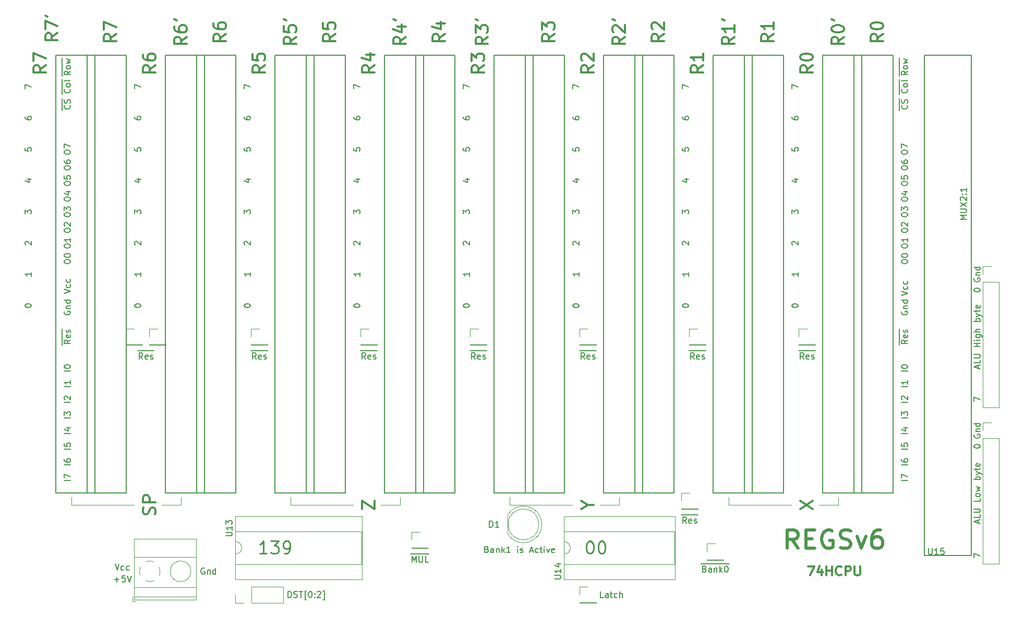
<source format=gbr>
%TF.GenerationSoftware,KiCad,Pcbnew,(5.1.8)-1*%
%TF.CreationDate,2025-08-13T23:43:51+03:00*%
%TF.ProjectId,Regs-v6,52656773-2d76-4362-9e6b-696361645f70,rev?*%
%TF.SameCoordinates,Original*%
%TF.FileFunction,Legend,Top*%
%TF.FilePolarity,Positive*%
%FSLAX46Y46*%
G04 Gerber Fmt 4.6, Leading zero omitted, Abs format (unit mm)*
G04 Created by KiCad (PCBNEW (5.1.8)-1) date 2025-08-13 23:43:51*
%MOMM*%
%LPD*%
G01*
G04 APERTURE LIST*
%ADD10C,0.300000*%
%ADD11C,0.150000*%
%ADD12C,0.120000*%
%ADD13C,0.250000*%
%ADD14C,0.500000*%
G04 APERTURE END LIST*
D10*
X146954761Y-18589523D02*
X146002380Y-19256190D01*
X146954761Y-19732380D02*
X144954761Y-19732380D01*
X144954761Y-18970476D01*
X145050000Y-18780000D01*
X145145238Y-18684761D01*
X145335714Y-18589523D01*
X145621428Y-18589523D01*
X145811904Y-18684761D01*
X145907142Y-18780000D01*
X146002380Y-18970476D01*
X146002380Y-19732380D01*
X144954761Y-17351428D02*
X144954761Y-17160952D01*
X145050000Y-16970476D01*
X145145238Y-16875238D01*
X145335714Y-16780000D01*
X145716666Y-16684761D01*
X146192857Y-16684761D01*
X146573809Y-16780000D01*
X146764285Y-16875238D01*
X146859523Y-16970476D01*
X146954761Y-17160952D01*
X146954761Y-17351428D01*
X146859523Y-17541904D01*
X146764285Y-17637142D01*
X146573809Y-17732380D01*
X146192857Y-17827619D01*
X145716666Y-17827619D01*
X145335714Y-17732380D01*
X145145238Y-17637142D01*
X145050000Y-17541904D01*
X144954761Y-17351428D01*
X144954761Y-15732380D02*
X145335714Y-15922857D01*
X129174761Y-18589523D02*
X128222380Y-19256190D01*
X129174761Y-19732380D02*
X127174761Y-19732380D01*
X127174761Y-18970476D01*
X127270000Y-18780000D01*
X127365238Y-18684761D01*
X127555714Y-18589523D01*
X127841428Y-18589523D01*
X128031904Y-18684761D01*
X128127142Y-18780000D01*
X128222380Y-18970476D01*
X128222380Y-19732380D01*
X129174761Y-16684761D02*
X129174761Y-17827619D01*
X129174761Y-17256190D02*
X127174761Y-17256190D01*
X127460476Y-17446666D01*
X127650952Y-17637142D01*
X127746190Y-17827619D01*
X127174761Y-15732380D02*
X127555714Y-15922857D01*
X111394761Y-18589523D02*
X110442380Y-19256190D01*
X111394761Y-19732380D02*
X109394761Y-19732380D01*
X109394761Y-18970476D01*
X109490000Y-18780000D01*
X109585238Y-18684761D01*
X109775714Y-18589523D01*
X110061428Y-18589523D01*
X110251904Y-18684761D01*
X110347142Y-18780000D01*
X110442380Y-18970476D01*
X110442380Y-19732380D01*
X109585238Y-17827619D02*
X109490000Y-17732380D01*
X109394761Y-17541904D01*
X109394761Y-17065714D01*
X109490000Y-16875238D01*
X109585238Y-16780000D01*
X109775714Y-16684761D01*
X109966190Y-16684761D01*
X110251904Y-16780000D01*
X111394761Y-17922857D01*
X111394761Y-16684761D01*
X109394761Y-15732380D02*
X109775714Y-15922857D01*
X89169761Y-18589523D02*
X88217380Y-19256190D01*
X89169761Y-19732380D02*
X87169761Y-19732380D01*
X87169761Y-18970476D01*
X87265000Y-18780000D01*
X87360238Y-18684761D01*
X87550714Y-18589523D01*
X87836428Y-18589523D01*
X88026904Y-18684761D01*
X88122142Y-18780000D01*
X88217380Y-18970476D01*
X88217380Y-19732380D01*
X87169761Y-17922857D02*
X87169761Y-16684761D01*
X87931666Y-17351428D01*
X87931666Y-17065714D01*
X88026904Y-16875238D01*
X88122142Y-16780000D01*
X88312619Y-16684761D01*
X88788809Y-16684761D01*
X88979285Y-16780000D01*
X89074523Y-16875238D01*
X89169761Y-17065714D01*
X89169761Y-17637142D01*
X89074523Y-17827619D01*
X88979285Y-17922857D01*
X87169761Y-15732380D02*
X87550714Y-15922857D01*
X75834761Y-18589523D02*
X74882380Y-19256190D01*
X75834761Y-19732380D02*
X73834761Y-19732380D01*
X73834761Y-18970476D01*
X73930000Y-18780000D01*
X74025238Y-18684761D01*
X74215714Y-18589523D01*
X74501428Y-18589523D01*
X74691904Y-18684761D01*
X74787142Y-18780000D01*
X74882380Y-18970476D01*
X74882380Y-19732380D01*
X74501428Y-16875238D02*
X75834761Y-16875238D01*
X73739523Y-17351428D02*
X75168095Y-17827619D01*
X75168095Y-16589523D01*
X73834761Y-15732380D02*
X74215714Y-15922857D01*
X58054761Y-18589523D02*
X57102380Y-19256190D01*
X58054761Y-19732380D02*
X56054761Y-19732380D01*
X56054761Y-18970476D01*
X56150000Y-18780000D01*
X56245238Y-18684761D01*
X56435714Y-18589523D01*
X56721428Y-18589523D01*
X56911904Y-18684761D01*
X57007142Y-18780000D01*
X57102380Y-18970476D01*
X57102380Y-19732380D01*
X56054761Y-16780000D02*
X56054761Y-17732380D01*
X57007142Y-17827619D01*
X56911904Y-17732380D01*
X56816666Y-17541904D01*
X56816666Y-17065714D01*
X56911904Y-16875238D01*
X57007142Y-16780000D01*
X57197619Y-16684761D01*
X57673809Y-16684761D01*
X57864285Y-16780000D01*
X57959523Y-16875238D01*
X58054761Y-17065714D01*
X58054761Y-17541904D01*
X57959523Y-17732380D01*
X57864285Y-17827619D01*
X56054761Y-15732380D02*
X56435714Y-15922857D01*
X40274761Y-18589523D02*
X39322380Y-19256190D01*
X40274761Y-19732380D02*
X38274761Y-19732380D01*
X38274761Y-18970476D01*
X38370000Y-18780000D01*
X38465238Y-18684761D01*
X38655714Y-18589523D01*
X38941428Y-18589523D01*
X39131904Y-18684761D01*
X39227142Y-18780000D01*
X39322380Y-18970476D01*
X39322380Y-19732380D01*
X38274761Y-16875238D02*
X38274761Y-17256190D01*
X38370000Y-17446666D01*
X38465238Y-17541904D01*
X38750952Y-17732380D01*
X39131904Y-17827619D01*
X39893809Y-17827619D01*
X40084285Y-17732380D01*
X40179523Y-17637142D01*
X40274761Y-17446666D01*
X40274761Y-17065714D01*
X40179523Y-16875238D01*
X40084285Y-16780000D01*
X39893809Y-16684761D01*
X39417619Y-16684761D01*
X39227142Y-16780000D01*
X39131904Y-16875238D01*
X39036666Y-17065714D01*
X39036666Y-17446666D01*
X39131904Y-17637142D01*
X39227142Y-17732380D01*
X39417619Y-17827619D01*
X38274761Y-15732380D02*
X38655714Y-15922857D01*
X19319761Y-17954523D02*
X18367380Y-18621190D01*
X19319761Y-19097380D02*
X17319761Y-19097380D01*
X17319761Y-18335476D01*
X17415000Y-18145000D01*
X17510238Y-18049761D01*
X17700714Y-17954523D01*
X17986428Y-17954523D01*
X18176904Y-18049761D01*
X18272142Y-18145000D01*
X18367380Y-18335476D01*
X18367380Y-19097380D01*
X17319761Y-17287857D02*
X17319761Y-15954523D01*
X19319761Y-16811666D01*
X17319761Y-15097380D02*
X17700714Y-15287857D01*
D11*
X138517380Y-36591904D02*
X138517380Y-37068095D01*
X138993571Y-37115714D01*
X138945952Y-37068095D01*
X138898333Y-36972857D01*
X138898333Y-36734761D01*
X138945952Y-36639523D01*
X138993571Y-36591904D01*
X139088809Y-36544285D01*
X139326904Y-36544285D01*
X139422142Y-36591904D01*
X139469761Y-36639523D01*
X139517380Y-36734761D01*
X139517380Y-36972857D01*
X139469761Y-37068095D01*
X139422142Y-37115714D01*
X138612619Y-52355714D02*
X138565000Y-52308095D01*
X138517380Y-52212857D01*
X138517380Y-51974761D01*
X138565000Y-51879523D01*
X138612619Y-51831904D01*
X138707857Y-51784285D01*
X138803095Y-51784285D01*
X138945952Y-51831904D01*
X139517380Y-52403333D01*
X139517380Y-51784285D01*
X138850714Y-41719523D02*
X139517380Y-41719523D01*
X138469761Y-41957619D02*
X139184047Y-42195714D01*
X139184047Y-41576666D01*
X139517380Y-56864285D02*
X139517380Y-57435714D01*
X139517380Y-57150000D02*
X138517380Y-57150000D01*
X138660238Y-57245238D01*
X138755476Y-57340476D01*
X138803095Y-57435714D01*
X138517380Y-47323333D02*
X138517380Y-46704285D01*
X138898333Y-47037619D01*
X138898333Y-46894761D01*
X138945952Y-46799523D01*
X138993571Y-46751904D01*
X139088809Y-46704285D01*
X139326904Y-46704285D01*
X139422142Y-46751904D01*
X139469761Y-46799523D01*
X139517380Y-46894761D01*
X139517380Y-47180476D01*
X139469761Y-47275714D01*
X139422142Y-47323333D01*
X138517380Y-31559523D02*
X138517380Y-31750000D01*
X138565000Y-31845238D01*
X138612619Y-31892857D01*
X138755476Y-31988095D01*
X138945952Y-32035714D01*
X139326904Y-32035714D01*
X139422142Y-31988095D01*
X139469761Y-31940476D01*
X139517380Y-31845238D01*
X139517380Y-31654761D01*
X139469761Y-31559523D01*
X139422142Y-31511904D01*
X139326904Y-31464285D01*
X139088809Y-31464285D01*
X138993571Y-31511904D01*
X138945952Y-31559523D01*
X138898333Y-31654761D01*
X138898333Y-31845238D01*
X138945952Y-31940476D01*
X138993571Y-31988095D01*
X139088809Y-32035714D01*
X120737380Y-36591904D02*
X120737380Y-37068095D01*
X121213571Y-37115714D01*
X121165952Y-37068095D01*
X121118333Y-36972857D01*
X121118333Y-36734761D01*
X121165952Y-36639523D01*
X121213571Y-36591904D01*
X121308809Y-36544285D01*
X121546904Y-36544285D01*
X121642142Y-36591904D01*
X121689761Y-36639523D01*
X121737380Y-36734761D01*
X121737380Y-36972857D01*
X121689761Y-37068095D01*
X121642142Y-37115714D01*
X120832619Y-52355714D02*
X120785000Y-52308095D01*
X120737380Y-52212857D01*
X120737380Y-51974761D01*
X120785000Y-51879523D01*
X120832619Y-51831904D01*
X120927857Y-51784285D01*
X121023095Y-51784285D01*
X121165952Y-51831904D01*
X121737380Y-52403333D01*
X121737380Y-51784285D01*
X121070714Y-41719523D02*
X121737380Y-41719523D01*
X120689761Y-41957619D02*
X121404047Y-42195714D01*
X121404047Y-41576666D01*
X121737380Y-56864285D02*
X121737380Y-57435714D01*
X121737380Y-57150000D02*
X120737380Y-57150000D01*
X120880238Y-57245238D01*
X120975476Y-57340476D01*
X121023095Y-57435714D01*
X120737380Y-47323333D02*
X120737380Y-46704285D01*
X121118333Y-47037619D01*
X121118333Y-46894761D01*
X121165952Y-46799523D01*
X121213571Y-46751904D01*
X121308809Y-46704285D01*
X121546904Y-46704285D01*
X121642142Y-46751904D01*
X121689761Y-46799523D01*
X121737380Y-46894761D01*
X121737380Y-47180476D01*
X121689761Y-47275714D01*
X121642142Y-47323333D01*
X120737380Y-31559523D02*
X120737380Y-31750000D01*
X120785000Y-31845238D01*
X120832619Y-31892857D01*
X120975476Y-31988095D01*
X121165952Y-32035714D01*
X121546904Y-32035714D01*
X121642142Y-31988095D01*
X121689761Y-31940476D01*
X121737380Y-31845238D01*
X121737380Y-31654761D01*
X121689761Y-31559523D01*
X121642142Y-31511904D01*
X121546904Y-31464285D01*
X121308809Y-31464285D01*
X121213571Y-31511904D01*
X121165952Y-31559523D01*
X121118333Y-31654761D01*
X121118333Y-31845238D01*
X121165952Y-31940476D01*
X121213571Y-31988095D01*
X121308809Y-32035714D01*
X102957380Y-36591904D02*
X102957380Y-37068095D01*
X103433571Y-37115714D01*
X103385952Y-37068095D01*
X103338333Y-36972857D01*
X103338333Y-36734761D01*
X103385952Y-36639523D01*
X103433571Y-36591904D01*
X103528809Y-36544285D01*
X103766904Y-36544285D01*
X103862142Y-36591904D01*
X103909761Y-36639523D01*
X103957380Y-36734761D01*
X103957380Y-36972857D01*
X103909761Y-37068095D01*
X103862142Y-37115714D01*
X103052619Y-52355714D02*
X103005000Y-52308095D01*
X102957380Y-52212857D01*
X102957380Y-51974761D01*
X103005000Y-51879523D01*
X103052619Y-51831904D01*
X103147857Y-51784285D01*
X103243095Y-51784285D01*
X103385952Y-51831904D01*
X103957380Y-52403333D01*
X103957380Y-51784285D01*
X103290714Y-41719523D02*
X103957380Y-41719523D01*
X102909761Y-41957619D02*
X103624047Y-42195714D01*
X103624047Y-41576666D01*
X103957380Y-56864285D02*
X103957380Y-57435714D01*
X103957380Y-57150000D02*
X102957380Y-57150000D01*
X103100238Y-57245238D01*
X103195476Y-57340476D01*
X103243095Y-57435714D01*
X102957380Y-47323333D02*
X102957380Y-46704285D01*
X103338333Y-47037619D01*
X103338333Y-46894761D01*
X103385952Y-46799523D01*
X103433571Y-46751904D01*
X103528809Y-46704285D01*
X103766904Y-46704285D01*
X103862142Y-46751904D01*
X103909761Y-46799523D01*
X103957380Y-46894761D01*
X103957380Y-47180476D01*
X103909761Y-47275714D01*
X103862142Y-47323333D01*
X102957380Y-31559523D02*
X102957380Y-31750000D01*
X103005000Y-31845238D01*
X103052619Y-31892857D01*
X103195476Y-31988095D01*
X103385952Y-32035714D01*
X103766904Y-32035714D01*
X103862142Y-31988095D01*
X103909761Y-31940476D01*
X103957380Y-31845238D01*
X103957380Y-31654761D01*
X103909761Y-31559523D01*
X103862142Y-31511904D01*
X103766904Y-31464285D01*
X103528809Y-31464285D01*
X103433571Y-31511904D01*
X103385952Y-31559523D01*
X103338333Y-31654761D01*
X103338333Y-31845238D01*
X103385952Y-31940476D01*
X103433571Y-31988095D01*
X103528809Y-32035714D01*
X85177380Y-36591904D02*
X85177380Y-37068095D01*
X85653571Y-37115714D01*
X85605952Y-37068095D01*
X85558333Y-36972857D01*
X85558333Y-36734761D01*
X85605952Y-36639523D01*
X85653571Y-36591904D01*
X85748809Y-36544285D01*
X85986904Y-36544285D01*
X86082142Y-36591904D01*
X86129761Y-36639523D01*
X86177380Y-36734761D01*
X86177380Y-36972857D01*
X86129761Y-37068095D01*
X86082142Y-37115714D01*
X85272619Y-52355714D02*
X85225000Y-52308095D01*
X85177380Y-52212857D01*
X85177380Y-51974761D01*
X85225000Y-51879523D01*
X85272619Y-51831904D01*
X85367857Y-51784285D01*
X85463095Y-51784285D01*
X85605952Y-51831904D01*
X86177380Y-52403333D01*
X86177380Y-51784285D01*
X85510714Y-41719523D02*
X86177380Y-41719523D01*
X85129761Y-41957619D02*
X85844047Y-42195714D01*
X85844047Y-41576666D01*
X86177380Y-56864285D02*
X86177380Y-57435714D01*
X86177380Y-57150000D02*
X85177380Y-57150000D01*
X85320238Y-57245238D01*
X85415476Y-57340476D01*
X85463095Y-57435714D01*
X85177380Y-47323333D02*
X85177380Y-46704285D01*
X85558333Y-47037619D01*
X85558333Y-46894761D01*
X85605952Y-46799523D01*
X85653571Y-46751904D01*
X85748809Y-46704285D01*
X85986904Y-46704285D01*
X86082142Y-46751904D01*
X86129761Y-46799523D01*
X86177380Y-46894761D01*
X86177380Y-47180476D01*
X86129761Y-47275714D01*
X86082142Y-47323333D01*
X85177380Y-31559523D02*
X85177380Y-31750000D01*
X85225000Y-31845238D01*
X85272619Y-31892857D01*
X85415476Y-31988095D01*
X85605952Y-32035714D01*
X85986904Y-32035714D01*
X86082142Y-31988095D01*
X86129761Y-31940476D01*
X86177380Y-31845238D01*
X86177380Y-31654761D01*
X86129761Y-31559523D01*
X86082142Y-31511904D01*
X85986904Y-31464285D01*
X85748809Y-31464285D01*
X85653571Y-31511904D01*
X85605952Y-31559523D01*
X85558333Y-31654761D01*
X85558333Y-31845238D01*
X85605952Y-31940476D01*
X85653571Y-31988095D01*
X85748809Y-32035714D01*
X67397380Y-36591904D02*
X67397380Y-37068095D01*
X67873571Y-37115714D01*
X67825952Y-37068095D01*
X67778333Y-36972857D01*
X67778333Y-36734761D01*
X67825952Y-36639523D01*
X67873571Y-36591904D01*
X67968809Y-36544285D01*
X68206904Y-36544285D01*
X68302142Y-36591904D01*
X68349761Y-36639523D01*
X68397380Y-36734761D01*
X68397380Y-36972857D01*
X68349761Y-37068095D01*
X68302142Y-37115714D01*
X67492619Y-52355714D02*
X67445000Y-52308095D01*
X67397380Y-52212857D01*
X67397380Y-51974761D01*
X67445000Y-51879523D01*
X67492619Y-51831904D01*
X67587857Y-51784285D01*
X67683095Y-51784285D01*
X67825952Y-51831904D01*
X68397380Y-52403333D01*
X68397380Y-51784285D01*
X67730714Y-41719523D02*
X68397380Y-41719523D01*
X67349761Y-41957619D02*
X68064047Y-42195714D01*
X68064047Y-41576666D01*
X68397380Y-56864285D02*
X68397380Y-57435714D01*
X68397380Y-57150000D02*
X67397380Y-57150000D01*
X67540238Y-57245238D01*
X67635476Y-57340476D01*
X67683095Y-57435714D01*
X67397380Y-47323333D02*
X67397380Y-46704285D01*
X67778333Y-47037619D01*
X67778333Y-46894761D01*
X67825952Y-46799523D01*
X67873571Y-46751904D01*
X67968809Y-46704285D01*
X68206904Y-46704285D01*
X68302142Y-46751904D01*
X68349761Y-46799523D01*
X68397380Y-46894761D01*
X68397380Y-47180476D01*
X68349761Y-47275714D01*
X68302142Y-47323333D01*
X67397380Y-31559523D02*
X67397380Y-31750000D01*
X67445000Y-31845238D01*
X67492619Y-31892857D01*
X67635476Y-31988095D01*
X67825952Y-32035714D01*
X68206904Y-32035714D01*
X68302142Y-31988095D01*
X68349761Y-31940476D01*
X68397380Y-31845238D01*
X68397380Y-31654761D01*
X68349761Y-31559523D01*
X68302142Y-31511904D01*
X68206904Y-31464285D01*
X67968809Y-31464285D01*
X67873571Y-31511904D01*
X67825952Y-31559523D01*
X67778333Y-31654761D01*
X67778333Y-31845238D01*
X67825952Y-31940476D01*
X67873571Y-31988095D01*
X67968809Y-32035714D01*
X49617380Y-36591904D02*
X49617380Y-37068095D01*
X50093571Y-37115714D01*
X50045952Y-37068095D01*
X49998333Y-36972857D01*
X49998333Y-36734761D01*
X50045952Y-36639523D01*
X50093571Y-36591904D01*
X50188809Y-36544285D01*
X50426904Y-36544285D01*
X50522142Y-36591904D01*
X50569761Y-36639523D01*
X50617380Y-36734761D01*
X50617380Y-36972857D01*
X50569761Y-37068095D01*
X50522142Y-37115714D01*
X49712619Y-52355714D02*
X49665000Y-52308095D01*
X49617380Y-52212857D01*
X49617380Y-51974761D01*
X49665000Y-51879523D01*
X49712619Y-51831904D01*
X49807857Y-51784285D01*
X49903095Y-51784285D01*
X50045952Y-51831904D01*
X50617380Y-52403333D01*
X50617380Y-51784285D01*
X49950714Y-41719523D02*
X50617380Y-41719523D01*
X49569761Y-41957619D02*
X50284047Y-42195714D01*
X50284047Y-41576666D01*
X50617380Y-56864285D02*
X50617380Y-57435714D01*
X50617380Y-57150000D02*
X49617380Y-57150000D01*
X49760238Y-57245238D01*
X49855476Y-57340476D01*
X49903095Y-57435714D01*
X49617380Y-47323333D02*
X49617380Y-46704285D01*
X49998333Y-47037619D01*
X49998333Y-46894761D01*
X50045952Y-46799523D01*
X50093571Y-46751904D01*
X50188809Y-46704285D01*
X50426904Y-46704285D01*
X50522142Y-46751904D01*
X50569761Y-46799523D01*
X50617380Y-46894761D01*
X50617380Y-47180476D01*
X50569761Y-47275714D01*
X50522142Y-47323333D01*
X49617380Y-31559523D02*
X49617380Y-31750000D01*
X49665000Y-31845238D01*
X49712619Y-31892857D01*
X49855476Y-31988095D01*
X50045952Y-32035714D01*
X50426904Y-32035714D01*
X50522142Y-31988095D01*
X50569761Y-31940476D01*
X50617380Y-31845238D01*
X50617380Y-31654761D01*
X50569761Y-31559523D01*
X50522142Y-31511904D01*
X50426904Y-31464285D01*
X50188809Y-31464285D01*
X50093571Y-31511904D01*
X50045952Y-31559523D01*
X49998333Y-31654761D01*
X49998333Y-31845238D01*
X50045952Y-31940476D01*
X50093571Y-31988095D01*
X50188809Y-32035714D01*
X31837380Y-36591904D02*
X31837380Y-37068095D01*
X32313571Y-37115714D01*
X32265952Y-37068095D01*
X32218333Y-36972857D01*
X32218333Y-36734761D01*
X32265952Y-36639523D01*
X32313571Y-36591904D01*
X32408809Y-36544285D01*
X32646904Y-36544285D01*
X32742142Y-36591904D01*
X32789761Y-36639523D01*
X32837380Y-36734761D01*
X32837380Y-36972857D01*
X32789761Y-37068095D01*
X32742142Y-37115714D01*
X31932619Y-52355714D02*
X31885000Y-52308095D01*
X31837380Y-52212857D01*
X31837380Y-51974761D01*
X31885000Y-51879523D01*
X31932619Y-51831904D01*
X32027857Y-51784285D01*
X32123095Y-51784285D01*
X32265952Y-51831904D01*
X32837380Y-52403333D01*
X32837380Y-51784285D01*
X32170714Y-41719523D02*
X32837380Y-41719523D01*
X31789761Y-41957619D02*
X32504047Y-42195714D01*
X32504047Y-41576666D01*
X32837380Y-56864285D02*
X32837380Y-57435714D01*
X32837380Y-57150000D02*
X31837380Y-57150000D01*
X31980238Y-57245238D01*
X32075476Y-57340476D01*
X32123095Y-57435714D01*
X31837380Y-47323333D02*
X31837380Y-46704285D01*
X32218333Y-47037619D01*
X32218333Y-46894761D01*
X32265952Y-46799523D01*
X32313571Y-46751904D01*
X32408809Y-46704285D01*
X32646904Y-46704285D01*
X32742142Y-46751904D01*
X32789761Y-46799523D01*
X32837380Y-46894761D01*
X32837380Y-47180476D01*
X32789761Y-47275714D01*
X32742142Y-47323333D01*
X31837380Y-31559523D02*
X31837380Y-31750000D01*
X31885000Y-31845238D01*
X31932619Y-31892857D01*
X32075476Y-31988095D01*
X32265952Y-32035714D01*
X32646904Y-32035714D01*
X32742142Y-31988095D01*
X32789761Y-31940476D01*
X32837380Y-31845238D01*
X32837380Y-31654761D01*
X32789761Y-31559523D01*
X32742142Y-31511904D01*
X32646904Y-31464285D01*
X32408809Y-31464285D01*
X32313571Y-31511904D01*
X32265952Y-31559523D01*
X32218333Y-31654761D01*
X32218333Y-31845238D01*
X32265952Y-31940476D01*
X32313571Y-31988095D01*
X32408809Y-32035714D01*
X14057380Y-31559523D02*
X14057380Y-31750000D01*
X14105000Y-31845238D01*
X14152619Y-31892857D01*
X14295476Y-31988095D01*
X14485952Y-32035714D01*
X14866904Y-32035714D01*
X14962142Y-31988095D01*
X15009761Y-31940476D01*
X15057380Y-31845238D01*
X15057380Y-31654761D01*
X15009761Y-31559523D01*
X14962142Y-31511904D01*
X14866904Y-31464285D01*
X14628809Y-31464285D01*
X14533571Y-31511904D01*
X14485952Y-31559523D01*
X14438333Y-31654761D01*
X14438333Y-31845238D01*
X14485952Y-31940476D01*
X14533571Y-31988095D01*
X14628809Y-32035714D01*
X14057380Y-36591904D02*
X14057380Y-37068095D01*
X14533571Y-37115714D01*
X14485952Y-37068095D01*
X14438333Y-36972857D01*
X14438333Y-36734761D01*
X14485952Y-36639523D01*
X14533571Y-36591904D01*
X14628809Y-36544285D01*
X14866904Y-36544285D01*
X14962142Y-36591904D01*
X15009761Y-36639523D01*
X15057380Y-36734761D01*
X15057380Y-36972857D01*
X15009761Y-37068095D01*
X14962142Y-37115714D01*
X14390714Y-41719523D02*
X15057380Y-41719523D01*
X14009761Y-41957619D02*
X14724047Y-42195714D01*
X14724047Y-41576666D01*
X14057380Y-47323333D02*
X14057380Y-46704285D01*
X14438333Y-47037619D01*
X14438333Y-46894761D01*
X14485952Y-46799523D01*
X14533571Y-46751904D01*
X14628809Y-46704285D01*
X14866904Y-46704285D01*
X14962142Y-46751904D01*
X15009761Y-46799523D01*
X15057380Y-46894761D01*
X15057380Y-47180476D01*
X15009761Y-47275714D01*
X14962142Y-47323333D01*
X14152619Y-52355714D02*
X14105000Y-52308095D01*
X14057380Y-52212857D01*
X14057380Y-51974761D01*
X14105000Y-51879523D01*
X14152619Y-51831904D01*
X14247857Y-51784285D01*
X14343095Y-51784285D01*
X14485952Y-51831904D01*
X15057380Y-52403333D01*
X15057380Y-51784285D01*
X15057380Y-56864285D02*
X15057380Y-57435714D01*
X15057380Y-57150000D02*
X14057380Y-57150000D01*
X14200238Y-57245238D01*
X14295476Y-57340476D01*
X14343095Y-57435714D01*
D12*
X39370000Y-94615000D02*
X36195000Y-94615000D01*
X21590000Y-94615000D02*
X31750000Y-94615000D01*
X39370000Y-93345000D02*
X39370000Y-94615000D01*
X21590000Y-93345000D02*
X21590000Y-94615000D01*
X74930000Y-94615000D02*
X71755000Y-94615000D01*
X57150000Y-94615000D02*
X67310000Y-94615000D01*
X74930000Y-93345000D02*
X74930000Y-94615000D01*
X57150000Y-93345000D02*
X57150000Y-94615000D01*
X110490000Y-94615000D02*
X107315000Y-94615000D01*
X92710000Y-94615000D02*
X102870000Y-94615000D01*
X110490000Y-93345000D02*
X110490000Y-94615000D01*
X92710000Y-93345000D02*
X92710000Y-94615000D01*
X146050000Y-94615000D02*
X142875000Y-94615000D01*
X146050000Y-93345000D02*
X146050000Y-94615000D01*
X128270000Y-94615000D02*
X138430000Y-94615000D01*
X128270000Y-93345000D02*
X128270000Y-94615000D01*
D11*
X88987976Y-101846071D02*
X89130833Y-101893690D01*
X89178452Y-101941309D01*
X89226071Y-102036547D01*
X89226071Y-102179404D01*
X89178452Y-102274642D01*
X89130833Y-102322261D01*
X89035595Y-102369880D01*
X88654642Y-102369880D01*
X88654642Y-101369880D01*
X88987976Y-101369880D01*
X89083214Y-101417500D01*
X89130833Y-101465119D01*
X89178452Y-101560357D01*
X89178452Y-101655595D01*
X89130833Y-101750833D01*
X89083214Y-101798452D01*
X88987976Y-101846071D01*
X88654642Y-101846071D01*
X90083214Y-102369880D02*
X90083214Y-101846071D01*
X90035595Y-101750833D01*
X89940357Y-101703214D01*
X89749880Y-101703214D01*
X89654642Y-101750833D01*
X90083214Y-102322261D02*
X89987976Y-102369880D01*
X89749880Y-102369880D01*
X89654642Y-102322261D01*
X89607023Y-102227023D01*
X89607023Y-102131785D01*
X89654642Y-102036547D01*
X89749880Y-101988928D01*
X89987976Y-101988928D01*
X90083214Y-101941309D01*
X90559404Y-101703214D02*
X90559404Y-102369880D01*
X90559404Y-101798452D02*
X90607023Y-101750833D01*
X90702261Y-101703214D01*
X90845119Y-101703214D01*
X90940357Y-101750833D01*
X90987976Y-101846071D01*
X90987976Y-102369880D01*
X91464166Y-102369880D02*
X91464166Y-101369880D01*
X91559404Y-101988928D02*
X91845119Y-102369880D01*
X91845119Y-101703214D02*
X91464166Y-102084166D01*
X92797500Y-102369880D02*
X92226071Y-102369880D01*
X92511785Y-102369880D02*
X92511785Y-101369880D01*
X92416547Y-101512738D01*
X92321309Y-101607976D01*
X92226071Y-101655595D01*
X93987976Y-102369880D02*
X93987976Y-101703214D01*
X93987976Y-101369880D02*
X93940357Y-101417500D01*
X93987976Y-101465119D01*
X94035595Y-101417500D01*
X93987976Y-101369880D01*
X93987976Y-101465119D01*
X94416547Y-102322261D02*
X94511785Y-102369880D01*
X94702261Y-102369880D01*
X94797500Y-102322261D01*
X94845119Y-102227023D01*
X94845119Y-102179404D01*
X94797500Y-102084166D01*
X94702261Y-102036547D01*
X94559404Y-102036547D01*
X94464166Y-101988928D01*
X94416547Y-101893690D01*
X94416547Y-101846071D01*
X94464166Y-101750833D01*
X94559404Y-101703214D01*
X94702261Y-101703214D01*
X94797500Y-101750833D01*
X95987976Y-102084166D02*
X96464166Y-102084166D01*
X95892738Y-102369880D02*
X96226071Y-101369880D01*
X96559404Y-102369880D01*
X97321309Y-102322261D02*
X97226071Y-102369880D01*
X97035595Y-102369880D01*
X96940357Y-102322261D01*
X96892738Y-102274642D01*
X96845119Y-102179404D01*
X96845119Y-101893690D01*
X96892738Y-101798452D01*
X96940357Y-101750833D01*
X97035595Y-101703214D01*
X97226071Y-101703214D01*
X97321309Y-101750833D01*
X97607023Y-101703214D02*
X97987976Y-101703214D01*
X97749880Y-101369880D02*
X97749880Y-102227023D01*
X97797500Y-102322261D01*
X97892738Y-102369880D01*
X97987976Y-102369880D01*
X98321309Y-102369880D02*
X98321309Y-101703214D01*
X98321309Y-101369880D02*
X98273690Y-101417500D01*
X98321309Y-101465119D01*
X98368928Y-101417500D01*
X98321309Y-101369880D01*
X98321309Y-101465119D01*
X98702261Y-101703214D02*
X98940357Y-102369880D01*
X99178452Y-101703214D01*
X99940357Y-102322261D02*
X99845119Y-102369880D01*
X99654642Y-102369880D01*
X99559404Y-102322261D01*
X99511785Y-102227023D01*
X99511785Y-101846071D01*
X99559404Y-101750833D01*
X99654642Y-101703214D01*
X99845119Y-101703214D01*
X99940357Y-101750833D01*
X99987976Y-101846071D01*
X99987976Y-101941309D01*
X99511785Y-102036547D01*
X120586666Y-96240000D02*
X121586666Y-96240000D01*
X121396190Y-97607380D02*
X121062857Y-97131190D01*
X120824761Y-97607380D02*
X120824761Y-96607380D01*
X121205714Y-96607380D01*
X121300952Y-96655000D01*
X121348571Y-96702619D01*
X121396190Y-96797857D01*
X121396190Y-96940714D01*
X121348571Y-97035952D01*
X121300952Y-97083571D01*
X121205714Y-97131190D01*
X120824761Y-97131190D01*
X121586666Y-96240000D02*
X122443809Y-96240000D01*
X122205714Y-97559761D02*
X122110476Y-97607380D01*
X121920000Y-97607380D01*
X121824761Y-97559761D01*
X121777142Y-97464523D01*
X121777142Y-97083571D01*
X121824761Y-96988333D01*
X121920000Y-96940714D01*
X122110476Y-96940714D01*
X122205714Y-96988333D01*
X122253333Y-97083571D01*
X122253333Y-97178809D01*
X121777142Y-97274047D01*
X122443809Y-96240000D02*
X123253333Y-96240000D01*
X122634285Y-97559761D02*
X122729523Y-97607380D01*
X122920000Y-97607380D01*
X123015238Y-97559761D01*
X123062857Y-97464523D01*
X123062857Y-97416904D01*
X123015238Y-97321666D01*
X122920000Y-97274047D01*
X122777142Y-97274047D01*
X122681904Y-97226428D01*
X122634285Y-97131190D01*
X122634285Y-97083571D01*
X122681904Y-96988333D01*
X122777142Y-96940714D01*
X122920000Y-96940714D01*
X123015238Y-96988333D01*
X139636666Y-69570000D02*
X140636666Y-69570000D01*
X140446190Y-70937380D02*
X140112857Y-70461190D01*
X139874761Y-70937380D02*
X139874761Y-69937380D01*
X140255714Y-69937380D01*
X140350952Y-69985000D01*
X140398571Y-70032619D01*
X140446190Y-70127857D01*
X140446190Y-70270714D01*
X140398571Y-70365952D01*
X140350952Y-70413571D01*
X140255714Y-70461190D01*
X139874761Y-70461190D01*
X140636666Y-69570000D02*
X141493809Y-69570000D01*
X141255714Y-70889761D02*
X141160476Y-70937380D01*
X140970000Y-70937380D01*
X140874761Y-70889761D01*
X140827142Y-70794523D01*
X140827142Y-70413571D01*
X140874761Y-70318333D01*
X140970000Y-70270714D01*
X141160476Y-70270714D01*
X141255714Y-70318333D01*
X141303333Y-70413571D01*
X141303333Y-70508809D01*
X140827142Y-70604047D01*
X141493809Y-69570000D02*
X142303333Y-69570000D01*
X141684285Y-70889761D02*
X141779523Y-70937380D01*
X141970000Y-70937380D01*
X142065238Y-70889761D01*
X142112857Y-70794523D01*
X142112857Y-70746904D01*
X142065238Y-70651666D01*
X141970000Y-70604047D01*
X141827142Y-70604047D01*
X141731904Y-70556428D01*
X141684285Y-70461190D01*
X141684285Y-70413571D01*
X141731904Y-70318333D01*
X141827142Y-70270714D01*
X141970000Y-70270714D01*
X142065238Y-70318333D01*
X121856666Y-69570000D02*
X122856666Y-69570000D01*
X122666190Y-70937380D02*
X122332857Y-70461190D01*
X122094761Y-70937380D02*
X122094761Y-69937380D01*
X122475714Y-69937380D01*
X122570952Y-69985000D01*
X122618571Y-70032619D01*
X122666190Y-70127857D01*
X122666190Y-70270714D01*
X122618571Y-70365952D01*
X122570952Y-70413571D01*
X122475714Y-70461190D01*
X122094761Y-70461190D01*
X122856666Y-69570000D02*
X123713809Y-69570000D01*
X123475714Y-70889761D02*
X123380476Y-70937380D01*
X123190000Y-70937380D01*
X123094761Y-70889761D01*
X123047142Y-70794523D01*
X123047142Y-70413571D01*
X123094761Y-70318333D01*
X123190000Y-70270714D01*
X123380476Y-70270714D01*
X123475714Y-70318333D01*
X123523333Y-70413571D01*
X123523333Y-70508809D01*
X123047142Y-70604047D01*
X123713809Y-69570000D02*
X124523333Y-69570000D01*
X123904285Y-70889761D02*
X123999523Y-70937380D01*
X124190000Y-70937380D01*
X124285238Y-70889761D01*
X124332857Y-70794523D01*
X124332857Y-70746904D01*
X124285238Y-70651666D01*
X124190000Y-70604047D01*
X124047142Y-70604047D01*
X123951904Y-70556428D01*
X123904285Y-70461190D01*
X123904285Y-70413571D01*
X123951904Y-70318333D01*
X124047142Y-70270714D01*
X124190000Y-70270714D01*
X124285238Y-70318333D01*
X68516666Y-69570000D02*
X69516666Y-69570000D01*
X69326190Y-70937380D02*
X68992857Y-70461190D01*
X68754761Y-70937380D02*
X68754761Y-69937380D01*
X69135714Y-69937380D01*
X69230952Y-69985000D01*
X69278571Y-70032619D01*
X69326190Y-70127857D01*
X69326190Y-70270714D01*
X69278571Y-70365952D01*
X69230952Y-70413571D01*
X69135714Y-70461190D01*
X68754761Y-70461190D01*
X69516666Y-69570000D02*
X70373809Y-69570000D01*
X70135714Y-70889761D02*
X70040476Y-70937380D01*
X69850000Y-70937380D01*
X69754761Y-70889761D01*
X69707142Y-70794523D01*
X69707142Y-70413571D01*
X69754761Y-70318333D01*
X69850000Y-70270714D01*
X70040476Y-70270714D01*
X70135714Y-70318333D01*
X70183333Y-70413571D01*
X70183333Y-70508809D01*
X69707142Y-70604047D01*
X70373809Y-69570000D02*
X71183333Y-69570000D01*
X70564285Y-70889761D02*
X70659523Y-70937380D01*
X70850000Y-70937380D01*
X70945238Y-70889761D01*
X70992857Y-70794523D01*
X70992857Y-70746904D01*
X70945238Y-70651666D01*
X70850000Y-70604047D01*
X70707142Y-70604047D01*
X70611904Y-70556428D01*
X70564285Y-70461190D01*
X70564285Y-70413571D01*
X70611904Y-70318333D01*
X70707142Y-70270714D01*
X70850000Y-70270714D01*
X70945238Y-70318333D01*
X86296666Y-69570000D02*
X87296666Y-69570000D01*
X87106190Y-70937380D02*
X86772857Y-70461190D01*
X86534761Y-70937380D02*
X86534761Y-69937380D01*
X86915714Y-69937380D01*
X87010952Y-69985000D01*
X87058571Y-70032619D01*
X87106190Y-70127857D01*
X87106190Y-70270714D01*
X87058571Y-70365952D01*
X87010952Y-70413571D01*
X86915714Y-70461190D01*
X86534761Y-70461190D01*
X87296666Y-69570000D02*
X88153809Y-69570000D01*
X87915714Y-70889761D02*
X87820476Y-70937380D01*
X87630000Y-70937380D01*
X87534761Y-70889761D01*
X87487142Y-70794523D01*
X87487142Y-70413571D01*
X87534761Y-70318333D01*
X87630000Y-70270714D01*
X87820476Y-70270714D01*
X87915714Y-70318333D01*
X87963333Y-70413571D01*
X87963333Y-70508809D01*
X87487142Y-70604047D01*
X88153809Y-69570000D02*
X88963333Y-69570000D01*
X88344285Y-70889761D02*
X88439523Y-70937380D01*
X88630000Y-70937380D01*
X88725238Y-70889761D01*
X88772857Y-70794523D01*
X88772857Y-70746904D01*
X88725238Y-70651666D01*
X88630000Y-70604047D01*
X88487142Y-70604047D01*
X88391904Y-70556428D01*
X88344285Y-70461190D01*
X88344285Y-70413571D01*
X88391904Y-70318333D01*
X88487142Y-70270714D01*
X88630000Y-70270714D01*
X88725238Y-70318333D01*
X49617380Y-62277619D02*
X49617380Y-62182380D01*
X49665000Y-62087142D01*
X49712619Y-62039523D01*
X49807857Y-61991904D01*
X49998333Y-61944285D01*
X50236428Y-61944285D01*
X50426904Y-61991904D01*
X50522142Y-62039523D01*
X50569761Y-62087142D01*
X50617380Y-62182380D01*
X50617380Y-62277619D01*
X50569761Y-62372857D01*
X50522142Y-62420476D01*
X50426904Y-62468095D01*
X50236428Y-62515714D01*
X49998333Y-62515714D01*
X49807857Y-62468095D01*
X49712619Y-62420476D01*
X49665000Y-62372857D01*
X49617380Y-62277619D01*
D10*
X35099523Y-96186428D02*
X35194761Y-95900714D01*
X35194761Y-95424523D01*
X35099523Y-95234047D01*
X35004285Y-95138809D01*
X34813809Y-95043571D01*
X34623333Y-95043571D01*
X34432857Y-95138809D01*
X34337619Y-95234047D01*
X34242380Y-95424523D01*
X34147142Y-95805476D01*
X34051904Y-95995952D01*
X33956666Y-96091190D01*
X33766190Y-96186428D01*
X33575714Y-96186428D01*
X33385238Y-96091190D01*
X33290000Y-95995952D01*
X33194761Y-95805476D01*
X33194761Y-95329285D01*
X33290000Y-95043571D01*
X35194761Y-94186428D02*
X33194761Y-94186428D01*
X33194761Y-93424523D01*
X33290000Y-93234047D01*
X33385238Y-93138809D01*
X33575714Y-93043571D01*
X33861428Y-93043571D01*
X34051904Y-93138809D01*
X34147142Y-93234047D01*
X34242380Y-93424523D01*
X34242380Y-94186428D01*
X68754761Y-95281666D02*
X68754761Y-93948333D01*
X70754761Y-95281666D01*
X70754761Y-93948333D01*
D11*
X32321666Y-69570000D02*
X33321666Y-69570000D01*
X33131190Y-70937380D02*
X32797857Y-70461190D01*
X32559761Y-70937380D02*
X32559761Y-69937380D01*
X32940714Y-69937380D01*
X33035952Y-69985000D01*
X33083571Y-70032619D01*
X33131190Y-70127857D01*
X33131190Y-70270714D01*
X33083571Y-70365952D01*
X33035952Y-70413571D01*
X32940714Y-70461190D01*
X32559761Y-70461190D01*
X33321666Y-69570000D02*
X34178809Y-69570000D01*
X33940714Y-70889761D02*
X33845476Y-70937380D01*
X33655000Y-70937380D01*
X33559761Y-70889761D01*
X33512142Y-70794523D01*
X33512142Y-70413571D01*
X33559761Y-70318333D01*
X33655000Y-70270714D01*
X33845476Y-70270714D01*
X33940714Y-70318333D01*
X33988333Y-70413571D01*
X33988333Y-70508809D01*
X33512142Y-70604047D01*
X34178809Y-69570000D02*
X34988333Y-69570000D01*
X34369285Y-70889761D02*
X34464523Y-70937380D01*
X34655000Y-70937380D01*
X34750238Y-70889761D01*
X34797857Y-70794523D01*
X34797857Y-70746904D01*
X34750238Y-70651666D01*
X34655000Y-70604047D01*
X34512142Y-70604047D01*
X34416904Y-70556428D01*
X34369285Y-70461190D01*
X34369285Y-70413571D01*
X34416904Y-70318333D01*
X34512142Y-70270714D01*
X34655000Y-70270714D01*
X34750238Y-70318333D01*
X50736666Y-69570000D02*
X51736666Y-69570000D01*
X51546190Y-70937380D02*
X51212857Y-70461190D01*
X50974761Y-70937380D02*
X50974761Y-69937380D01*
X51355714Y-69937380D01*
X51450952Y-69985000D01*
X51498571Y-70032619D01*
X51546190Y-70127857D01*
X51546190Y-70270714D01*
X51498571Y-70365952D01*
X51450952Y-70413571D01*
X51355714Y-70461190D01*
X50974761Y-70461190D01*
X51736666Y-69570000D02*
X52593809Y-69570000D01*
X52355714Y-70889761D02*
X52260476Y-70937380D01*
X52070000Y-70937380D01*
X51974761Y-70889761D01*
X51927142Y-70794523D01*
X51927142Y-70413571D01*
X51974761Y-70318333D01*
X52070000Y-70270714D01*
X52260476Y-70270714D01*
X52355714Y-70318333D01*
X52403333Y-70413571D01*
X52403333Y-70508809D01*
X51927142Y-70604047D01*
X52593809Y-69570000D02*
X53403333Y-69570000D01*
X52784285Y-70889761D02*
X52879523Y-70937380D01*
X53070000Y-70937380D01*
X53165238Y-70889761D01*
X53212857Y-70794523D01*
X53212857Y-70746904D01*
X53165238Y-70651666D01*
X53070000Y-70604047D01*
X52927142Y-70604047D01*
X52831904Y-70556428D01*
X52784285Y-70461190D01*
X52784285Y-70413571D01*
X52831904Y-70318333D01*
X52927142Y-70270714D01*
X53070000Y-70270714D01*
X53165238Y-70318333D01*
D10*
X141874761Y-23193333D02*
X140922380Y-23860000D01*
X141874761Y-24336190D02*
X139874761Y-24336190D01*
X139874761Y-23574285D01*
X139970000Y-23383809D01*
X140065238Y-23288571D01*
X140255714Y-23193333D01*
X140541428Y-23193333D01*
X140731904Y-23288571D01*
X140827142Y-23383809D01*
X140922380Y-23574285D01*
X140922380Y-24336190D01*
X139874761Y-21955238D02*
X139874761Y-21764761D01*
X139970000Y-21574285D01*
X140065238Y-21479047D01*
X140255714Y-21383809D01*
X140636666Y-21288571D01*
X141112857Y-21288571D01*
X141493809Y-21383809D01*
X141684285Y-21479047D01*
X141779523Y-21574285D01*
X141874761Y-21764761D01*
X141874761Y-21955238D01*
X141779523Y-22145714D01*
X141684285Y-22240952D01*
X141493809Y-22336190D01*
X141112857Y-22431428D01*
X140636666Y-22431428D01*
X140255714Y-22336190D01*
X140065238Y-22240952D01*
X139970000Y-22145714D01*
X139874761Y-21955238D01*
X106314761Y-23193333D02*
X105362380Y-23860000D01*
X106314761Y-24336190D02*
X104314761Y-24336190D01*
X104314761Y-23574285D01*
X104410000Y-23383809D01*
X104505238Y-23288571D01*
X104695714Y-23193333D01*
X104981428Y-23193333D01*
X105171904Y-23288571D01*
X105267142Y-23383809D01*
X105362380Y-23574285D01*
X105362380Y-24336190D01*
X104505238Y-22431428D02*
X104410000Y-22336190D01*
X104314761Y-22145714D01*
X104314761Y-21669523D01*
X104410000Y-21479047D01*
X104505238Y-21383809D01*
X104695714Y-21288571D01*
X104886190Y-21288571D01*
X105171904Y-21383809D01*
X106314761Y-22526666D01*
X106314761Y-21288571D01*
X70754761Y-23193333D02*
X69802380Y-23860000D01*
X70754761Y-24336190D02*
X68754761Y-24336190D01*
X68754761Y-23574285D01*
X68850000Y-23383809D01*
X68945238Y-23288571D01*
X69135714Y-23193333D01*
X69421428Y-23193333D01*
X69611904Y-23288571D01*
X69707142Y-23383809D01*
X69802380Y-23574285D01*
X69802380Y-24336190D01*
X69421428Y-21479047D02*
X70754761Y-21479047D01*
X68659523Y-21955238D02*
X70088095Y-22431428D01*
X70088095Y-21193333D01*
X35194761Y-23193333D02*
X34242380Y-23860000D01*
X35194761Y-24336190D02*
X33194761Y-24336190D01*
X33194761Y-23574285D01*
X33290000Y-23383809D01*
X33385238Y-23288571D01*
X33575714Y-23193333D01*
X33861428Y-23193333D01*
X34051904Y-23288571D01*
X34147142Y-23383809D01*
X34242380Y-23574285D01*
X34242380Y-24336190D01*
X33194761Y-21479047D02*
X33194761Y-21860000D01*
X33290000Y-22050476D01*
X33385238Y-22145714D01*
X33670952Y-22336190D01*
X34051904Y-22431428D01*
X34813809Y-22431428D01*
X35004285Y-22336190D01*
X35099523Y-22240952D01*
X35194761Y-22050476D01*
X35194761Y-21669523D01*
X35099523Y-21479047D01*
X35004285Y-21383809D01*
X34813809Y-21288571D01*
X34337619Y-21288571D01*
X34147142Y-21383809D01*
X34051904Y-21479047D01*
X33956666Y-21669523D01*
X33956666Y-22050476D01*
X34051904Y-22240952D01*
X34147142Y-22336190D01*
X34337619Y-22431428D01*
X17414761Y-23193333D02*
X16462380Y-23860000D01*
X17414761Y-24336190D02*
X15414761Y-24336190D01*
X15414761Y-23574285D01*
X15510000Y-23383809D01*
X15605238Y-23288571D01*
X15795714Y-23193333D01*
X16081428Y-23193333D01*
X16271904Y-23288571D01*
X16367142Y-23383809D01*
X16462380Y-23574285D01*
X16462380Y-24336190D01*
X15414761Y-22526666D02*
X15414761Y-21193333D01*
X17414761Y-22050476D01*
X52974761Y-23193333D02*
X52022380Y-23860000D01*
X52974761Y-24336190D02*
X50974761Y-24336190D01*
X50974761Y-23574285D01*
X51070000Y-23383809D01*
X51165238Y-23288571D01*
X51355714Y-23193333D01*
X51641428Y-23193333D01*
X51831904Y-23288571D01*
X51927142Y-23383809D01*
X52022380Y-23574285D01*
X52022380Y-24336190D01*
X50974761Y-21383809D02*
X50974761Y-22336190D01*
X51927142Y-22431428D01*
X51831904Y-22336190D01*
X51736666Y-22145714D01*
X51736666Y-21669523D01*
X51831904Y-21479047D01*
X51927142Y-21383809D01*
X52117619Y-21288571D01*
X52593809Y-21288571D01*
X52784285Y-21383809D01*
X52879523Y-21479047D01*
X52974761Y-21669523D01*
X52974761Y-22145714D01*
X52879523Y-22336190D01*
X52784285Y-22431428D01*
X88534761Y-23193333D02*
X87582380Y-23860000D01*
X88534761Y-24336190D02*
X86534761Y-24336190D01*
X86534761Y-23574285D01*
X86630000Y-23383809D01*
X86725238Y-23288571D01*
X86915714Y-23193333D01*
X87201428Y-23193333D01*
X87391904Y-23288571D01*
X87487142Y-23383809D01*
X87582380Y-23574285D01*
X87582380Y-24336190D01*
X86534761Y-22526666D02*
X86534761Y-21288571D01*
X87296666Y-21955238D01*
X87296666Y-21669523D01*
X87391904Y-21479047D01*
X87487142Y-21383809D01*
X87677619Y-21288571D01*
X88153809Y-21288571D01*
X88344285Y-21383809D01*
X88439523Y-21479047D01*
X88534761Y-21669523D01*
X88534761Y-22240952D01*
X88439523Y-22431428D01*
X88344285Y-22526666D01*
X124094761Y-23193333D02*
X123142380Y-23860000D01*
X124094761Y-24336190D02*
X122094761Y-24336190D01*
X122094761Y-23574285D01*
X122190000Y-23383809D01*
X122285238Y-23288571D01*
X122475714Y-23193333D01*
X122761428Y-23193333D01*
X122951904Y-23288571D01*
X123047142Y-23383809D01*
X123142380Y-23574285D01*
X123142380Y-24336190D01*
X124094761Y-21288571D02*
X124094761Y-22431428D01*
X124094761Y-21860000D02*
X122094761Y-21860000D01*
X122380476Y-22050476D01*
X122570952Y-22240952D01*
X122666190Y-22431428D01*
D11*
X28559285Y-106751428D02*
X29321190Y-106751428D01*
X28940238Y-107132380D02*
X28940238Y-106370476D01*
X30273571Y-106132380D02*
X29797380Y-106132380D01*
X29749761Y-106608571D01*
X29797380Y-106560952D01*
X29892619Y-106513333D01*
X30130714Y-106513333D01*
X30225952Y-106560952D01*
X30273571Y-106608571D01*
X30321190Y-106703809D01*
X30321190Y-106941904D01*
X30273571Y-107037142D01*
X30225952Y-107084761D01*
X30130714Y-107132380D01*
X29892619Y-107132380D01*
X29797380Y-107084761D01*
X29749761Y-107037142D01*
X30606904Y-106132380D02*
X30940238Y-107132380D01*
X31273571Y-106132380D01*
X156297380Y-60562976D02*
X157297380Y-60229642D01*
X156297380Y-59896309D01*
X157249761Y-59134404D02*
X157297380Y-59229642D01*
X157297380Y-59420119D01*
X157249761Y-59515357D01*
X157202142Y-59562976D01*
X157106904Y-59610595D01*
X156821190Y-59610595D01*
X156725952Y-59562976D01*
X156678333Y-59515357D01*
X156630714Y-59420119D01*
X156630714Y-59229642D01*
X156678333Y-59134404D01*
X157249761Y-58277261D02*
X157297380Y-58372500D01*
X157297380Y-58562976D01*
X157249761Y-58658214D01*
X157202142Y-58705833D01*
X157106904Y-58753452D01*
X156821190Y-58753452D01*
X156725952Y-58705833D01*
X156678333Y-58658214D01*
X156630714Y-58562976D01*
X156630714Y-58372500D01*
X156678333Y-58277261D01*
X156345000Y-63190357D02*
X156297380Y-63285595D01*
X156297380Y-63428452D01*
X156345000Y-63571309D01*
X156440238Y-63666547D01*
X156535476Y-63714166D01*
X156725952Y-63761785D01*
X156868809Y-63761785D01*
X157059285Y-63714166D01*
X157154523Y-63666547D01*
X157249761Y-63571309D01*
X157297380Y-63428452D01*
X157297380Y-63333214D01*
X157249761Y-63190357D01*
X157202142Y-63142738D01*
X156868809Y-63142738D01*
X156868809Y-63333214D01*
X156630714Y-62714166D02*
X157297380Y-62714166D01*
X156725952Y-62714166D02*
X156678333Y-62666547D01*
X156630714Y-62571309D01*
X156630714Y-62428452D01*
X156678333Y-62333214D01*
X156773571Y-62285595D01*
X157297380Y-62285595D01*
X157297380Y-61380833D02*
X156297380Y-61380833D01*
X157249761Y-61380833D02*
X157297380Y-61476071D01*
X157297380Y-61666547D01*
X157249761Y-61761785D01*
X157202142Y-61809404D01*
X157106904Y-61857023D01*
X156821190Y-61857023D01*
X156725952Y-61809404D01*
X156678333Y-61761785D01*
X156630714Y-61666547D01*
X156630714Y-61476071D01*
X156678333Y-61380833D01*
X157297380Y-83026190D02*
X156297380Y-83026190D01*
X156630714Y-82121428D02*
X157297380Y-82121428D01*
X156249761Y-82359523D02*
X156964047Y-82597619D01*
X156964047Y-81978571D01*
X157297380Y-85566190D02*
X156297380Y-85566190D01*
X156297380Y-84613809D02*
X156297380Y-85090000D01*
X156773571Y-85137619D01*
X156725952Y-85090000D01*
X156678333Y-84994761D01*
X156678333Y-84756666D01*
X156725952Y-84661428D01*
X156773571Y-84613809D01*
X156868809Y-84566190D01*
X157106904Y-84566190D01*
X157202142Y-84613809D01*
X157249761Y-84661428D01*
X157297380Y-84756666D01*
X157297380Y-84994761D01*
X157249761Y-85090000D01*
X157202142Y-85137619D01*
X155930000Y-68643333D02*
X155930000Y-67643333D01*
X157297380Y-67833809D02*
X156821190Y-68167142D01*
X157297380Y-68405238D02*
X156297380Y-68405238D01*
X156297380Y-68024285D01*
X156345000Y-67929047D01*
X156392619Y-67881428D01*
X156487857Y-67833809D01*
X156630714Y-67833809D01*
X156725952Y-67881428D01*
X156773571Y-67929047D01*
X156821190Y-68024285D01*
X156821190Y-68405238D01*
X155930000Y-67643333D02*
X155930000Y-66786190D01*
X157249761Y-67024285D02*
X157297380Y-67119523D01*
X157297380Y-67310000D01*
X157249761Y-67405238D01*
X157154523Y-67452857D01*
X156773571Y-67452857D01*
X156678333Y-67405238D01*
X156630714Y-67310000D01*
X156630714Y-67119523D01*
X156678333Y-67024285D01*
X156773571Y-66976666D01*
X156868809Y-66976666D01*
X156964047Y-67452857D01*
X155930000Y-66786190D02*
X155930000Y-65976666D01*
X157249761Y-66595714D02*
X157297380Y-66500476D01*
X157297380Y-66310000D01*
X157249761Y-66214761D01*
X157154523Y-66167142D01*
X157106904Y-66167142D01*
X157011666Y-66214761D01*
X156964047Y-66310000D01*
X156964047Y-66452857D01*
X156916428Y-66548095D01*
X156821190Y-66595714D01*
X156773571Y-66595714D01*
X156678333Y-66548095D01*
X156630714Y-66452857D01*
X156630714Y-66310000D01*
X156678333Y-66214761D01*
X156297380Y-39941428D02*
X156297380Y-39750952D01*
X156345000Y-39655714D01*
X156440238Y-39560476D01*
X156630714Y-39512857D01*
X156964047Y-39512857D01*
X157154523Y-39560476D01*
X157249761Y-39655714D01*
X157297380Y-39750952D01*
X157297380Y-39941428D01*
X157249761Y-40036666D01*
X157154523Y-40131904D01*
X156964047Y-40179523D01*
X156630714Y-40179523D01*
X156440238Y-40131904D01*
X156345000Y-40036666D01*
X156297380Y-39941428D01*
X156297380Y-38655714D02*
X156297380Y-38846190D01*
X156345000Y-38941428D01*
X156392619Y-38989047D01*
X156535476Y-39084285D01*
X156725952Y-39131904D01*
X157106904Y-39131904D01*
X157202142Y-39084285D01*
X157249761Y-39036666D01*
X157297380Y-38941428D01*
X157297380Y-38750952D01*
X157249761Y-38655714D01*
X157202142Y-38608095D01*
X157106904Y-38560476D01*
X156868809Y-38560476D01*
X156773571Y-38608095D01*
X156725952Y-38655714D01*
X156678333Y-38750952D01*
X156678333Y-38941428D01*
X156725952Y-39036666D01*
X156773571Y-39084285D01*
X156868809Y-39131904D01*
X156297380Y-45021428D02*
X156297380Y-44830952D01*
X156345000Y-44735714D01*
X156440238Y-44640476D01*
X156630714Y-44592857D01*
X156964047Y-44592857D01*
X157154523Y-44640476D01*
X157249761Y-44735714D01*
X157297380Y-44830952D01*
X157297380Y-45021428D01*
X157249761Y-45116666D01*
X157154523Y-45211904D01*
X156964047Y-45259523D01*
X156630714Y-45259523D01*
X156440238Y-45211904D01*
X156345000Y-45116666D01*
X156297380Y-45021428D01*
X156630714Y-43735714D02*
X157297380Y-43735714D01*
X156249761Y-43973809D02*
X156964047Y-44211904D01*
X156964047Y-43592857D01*
X157297380Y-72866190D02*
X156297380Y-72866190D01*
X156297380Y-72199523D02*
X156297380Y-72104285D01*
X156345000Y-72009047D01*
X156392619Y-71961428D01*
X156487857Y-71913809D01*
X156678333Y-71866190D01*
X156916428Y-71866190D01*
X157106904Y-71913809D01*
X157202142Y-71961428D01*
X157249761Y-72009047D01*
X157297380Y-72104285D01*
X157297380Y-72199523D01*
X157249761Y-72294761D01*
X157202142Y-72342380D01*
X157106904Y-72390000D01*
X156916428Y-72437619D01*
X156678333Y-72437619D01*
X156487857Y-72390000D01*
X156392619Y-72342380D01*
X156345000Y-72294761D01*
X156297380Y-72199523D01*
X157297380Y-88106190D02*
X156297380Y-88106190D01*
X156297380Y-87201428D02*
X156297380Y-87391904D01*
X156345000Y-87487142D01*
X156392619Y-87534761D01*
X156535476Y-87630000D01*
X156725952Y-87677619D01*
X157106904Y-87677619D01*
X157202142Y-87630000D01*
X157249761Y-87582380D01*
X157297380Y-87487142D01*
X157297380Y-87296666D01*
X157249761Y-87201428D01*
X157202142Y-87153809D01*
X157106904Y-87106190D01*
X156868809Y-87106190D01*
X156773571Y-87153809D01*
X156725952Y-87201428D01*
X156678333Y-87296666D01*
X156678333Y-87487142D01*
X156725952Y-87582380D01*
X156773571Y-87630000D01*
X156868809Y-87677619D01*
X155930000Y-27884285D02*
X155930000Y-26884285D01*
X157202142Y-27074761D02*
X157249761Y-27122380D01*
X157297380Y-27265238D01*
X157297380Y-27360476D01*
X157249761Y-27503333D01*
X157154523Y-27598571D01*
X157059285Y-27646190D01*
X156868809Y-27693809D01*
X156725952Y-27693809D01*
X156535476Y-27646190D01*
X156440238Y-27598571D01*
X156345000Y-27503333D01*
X156297380Y-27360476D01*
X156297380Y-27265238D01*
X156345000Y-27122380D01*
X156392619Y-27074761D01*
X155930000Y-26884285D02*
X155930000Y-25979523D01*
X157297380Y-26503333D02*
X157249761Y-26598571D01*
X157202142Y-26646190D01*
X157106904Y-26693809D01*
X156821190Y-26693809D01*
X156725952Y-26646190D01*
X156678333Y-26598571D01*
X156630714Y-26503333D01*
X156630714Y-26360476D01*
X156678333Y-26265238D01*
X156725952Y-26217619D01*
X156821190Y-26170000D01*
X157106904Y-26170000D01*
X157202142Y-26217619D01*
X157249761Y-26265238D01*
X157297380Y-26360476D01*
X157297380Y-26503333D01*
X155930000Y-25979523D02*
X155930000Y-25455714D01*
X157297380Y-25598571D02*
X157249761Y-25693809D01*
X157154523Y-25741428D01*
X156297380Y-25741428D01*
X156297380Y-37401428D02*
X156297380Y-37210952D01*
X156345000Y-37115714D01*
X156440238Y-37020476D01*
X156630714Y-36972857D01*
X156964047Y-36972857D01*
X157154523Y-37020476D01*
X157249761Y-37115714D01*
X157297380Y-37210952D01*
X157297380Y-37401428D01*
X157249761Y-37496666D01*
X157154523Y-37591904D01*
X156964047Y-37639523D01*
X156630714Y-37639523D01*
X156440238Y-37591904D01*
X156345000Y-37496666D01*
X156297380Y-37401428D01*
X156297380Y-36639523D02*
X156297380Y-35972857D01*
X157297380Y-36401428D01*
X156297380Y-52641428D02*
X156297380Y-52450952D01*
X156345000Y-52355714D01*
X156440238Y-52260476D01*
X156630714Y-52212857D01*
X156964047Y-52212857D01*
X157154523Y-52260476D01*
X157249761Y-52355714D01*
X157297380Y-52450952D01*
X157297380Y-52641428D01*
X157249761Y-52736666D01*
X157154523Y-52831904D01*
X156964047Y-52879523D01*
X156630714Y-52879523D01*
X156440238Y-52831904D01*
X156345000Y-52736666D01*
X156297380Y-52641428D01*
X157297380Y-51260476D02*
X157297380Y-51831904D01*
X157297380Y-51546190D02*
X156297380Y-51546190D01*
X156440238Y-51641428D01*
X156535476Y-51736666D01*
X156583095Y-51831904D01*
X156297380Y-42481428D02*
X156297380Y-42290952D01*
X156345000Y-42195714D01*
X156440238Y-42100476D01*
X156630714Y-42052857D01*
X156964047Y-42052857D01*
X157154523Y-42100476D01*
X157249761Y-42195714D01*
X157297380Y-42290952D01*
X157297380Y-42481428D01*
X157249761Y-42576666D01*
X157154523Y-42671904D01*
X156964047Y-42719523D01*
X156630714Y-42719523D01*
X156440238Y-42671904D01*
X156345000Y-42576666D01*
X156297380Y-42481428D01*
X156297380Y-41148095D02*
X156297380Y-41624285D01*
X156773571Y-41671904D01*
X156725952Y-41624285D01*
X156678333Y-41529047D01*
X156678333Y-41290952D01*
X156725952Y-41195714D01*
X156773571Y-41148095D01*
X156868809Y-41100476D01*
X157106904Y-41100476D01*
X157202142Y-41148095D01*
X157249761Y-41195714D01*
X157297380Y-41290952D01*
X157297380Y-41529047D01*
X157249761Y-41624285D01*
X157202142Y-41671904D01*
X157297380Y-77946190D02*
X156297380Y-77946190D01*
X156392619Y-77517619D02*
X156345000Y-77470000D01*
X156297380Y-77374761D01*
X156297380Y-77136666D01*
X156345000Y-77041428D01*
X156392619Y-76993809D01*
X156487857Y-76946190D01*
X156583095Y-76946190D01*
X156725952Y-76993809D01*
X157297380Y-77565238D01*
X157297380Y-76946190D01*
X156297380Y-50101428D02*
X156297380Y-49910952D01*
X156345000Y-49815714D01*
X156440238Y-49720476D01*
X156630714Y-49672857D01*
X156964047Y-49672857D01*
X157154523Y-49720476D01*
X157249761Y-49815714D01*
X157297380Y-49910952D01*
X157297380Y-50101428D01*
X157249761Y-50196666D01*
X157154523Y-50291904D01*
X156964047Y-50339523D01*
X156630714Y-50339523D01*
X156440238Y-50291904D01*
X156345000Y-50196666D01*
X156297380Y-50101428D01*
X156392619Y-49291904D02*
X156345000Y-49244285D01*
X156297380Y-49149047D01*
X156297380Y-48910952D01*
X156345000Y-48815714D01*
X156392619Y-48768095D01*
X156487857Y-48720476D01*
X156583095Y-48720476D01*
X156725952Y-48768095D01*
X157297380Y-49339523D01*
X157297380Y-48720476D01*
X155930000Y-30503690D02*
X155930000Y-29503690D01*
X157202142Y-29694166D02*
X157249761Y-29741785D01*
X157297380Y-29884642D01*
X157297380Y-29979880D01*
X157249761Y-30122738D01*
X157154523Y-30217976D01*
X157059285Y-30265595D01*
X156868809Y-30313214D01*
X156725952Y-30313214D01*
X156535476Y-30265595D01*
X156440238Y-30217976D01*
X156345000Y-30122738D01*
X156297380Y-29979880D01*
X156297380Y-29884642D01*
X156345000Y-29741785D01*
X156392619Y-29694166D01*
X155930000Y-29503690D02*
X155930000Y-28551309D01*
X157249761Y-29313214D02*
X157297380Y-29170357D01*
X157297380Y-28932261D01*
X157249761Y-28837023D01*
X157202142Y-28789404D01*
X157106904Y-28741785D01*
X157011666Y-28741785D01*
X156916428Y-28789404D01*
X156868809Y-28837023D01*
X156821190Y-28932261D01*
X156773571Y-29122738D01*
X156725952Y-29217976D01*
X156678333Y-29265595D01*
X156583095Y-29313214D01*
X156487857Y-29313214D01*
X156392619Y-29265595D01*
X156345000Y-29217976D01*
X156297380Y-29122738D01*
X156297380Y-28884642D01*
X156345000Y-28741785D01*
X157297380Y-80486190D02*
X156297380Y-80486190D01*
X156297380Y-80105238D02*
X156297380Y-79486190D01*
X156678333Y-79819523D01*
X156678333Y-79676666D01*
X156725952Y-79581428D01*
X156773571Y-79533809D01*
X156868809Y-79486190D01*
X157106904Y-79486190D01*
X157202142Y-79533809D01*
X157249761Y-79581428D01*
X157297380Y-79676666D01*
X157297380Y-79962380D01*
X157249761Y-80057619D01*
X157202142Y-80105238D01*
X155930000Y-24971190D02*
X155930000Y-23971190D01*
X157297380Y-24161666D02*
X156821190Y-24495000D01*
X157297380Y-24733095D02*
X156297380Y-24733095D01*
X156297380Y-24352142D01*
X156345000Y-24256904D01*
X156392619Y-24209285D01*
X156487857Y-24161666D01*
X156630714Y-24161666D01*
X156725952Y-24209285D01*
X156773571Y-24256904D01*
X156821190Y-24352142D01*
X156821190Y-24733095D01*
X155930000Y-23971190D02*
X155930000Y-23066428D01*
X157297380Y-23590238D02*
X157249761Y-23685476D01*
X157202142Y-23733095D01*
X157106904Y-23780714D01*
X156821190Y-23780714D01*
X156725952Y-23733095D01*
X156678333Y-23685476D01*
X156630714Y-23590238D01*
X156630714Y-23447380D01*
X156678333Y-23352142D01*
X156725952Y-23304523D01*
X156821190Y-23256904D01*
X157106904Y-23256904D01*
X157202142Y-23304523D01*
X157249761Y-23352142D01*
X157297380Y-23447380D01*
X157297380Y-23590238D01*
X155930000Y-23066428D02*
X155930000Y-22018809D01*
X156630714Y-22923571D02*
X157297380Y-22733095D01*
X156821190Y-22542619D01*
X157297380Y-22352142D01*
X156630714Y-22161666D01*
X156297380Y-55181428D02*
X156297380Y-54990952D01*
X156345000Y-54895714D01*
X156440238Y-54800476D01*
X156630714Y-54752857D01*
X156964047Y-54752857D01*
X157154523Y-54800476D01*
X157249761Y-54895714D01*
X157297380Y-54990952D01*
X157297380Y-55181428D01*
X157249761Y-55276666D01*
X157154523Y-55371904D01*
X156964047Y-55419523D01*
X156630714Y-55419523D01*
X156440238Y-55371904D01*
X156345000Y-55276666D01*
X156297380Y-55181428D01*
X156297380Y-54133809D02*
X156297380Y-54038571D01*
X156345000Y-53943333D01*
X156392619Y-53895714D01*
X156487857Y-53848095D01*
X156678333Y-53800476D01*
X156916428Y-53800476D01*
X157106904Y-53848095D01*
X157202142Y-53895714D01*
X157249761Y-53943333D01*
X157297380Y-54038571D01*
X157297380Y-54133809D01*
X157249761Y-54229047D01*
X157202142Y-54276666D01*
X157106904Y-54324285D01*
X156916428Y-54371904D01*
X156678333Y-54371904D01*
X156487857Y-54324285D01*
X156392619Y-54276666D01*
X156345000Y-54229047D01*
X156297380Y-54133809D01*
X157297380Y-75406190D02*
X156297380Y-75406190D01*
X157297380Y-74406190D02*
X157297380Y-74977619D01*
X157297380Y-74691904D02*
X156297380Y-74691904D01*
X156440238Y-74787142D01*
X156535476Y-74882380D01*
X156583095Y-74977619D01*
X157297380Y-90646190D02*
X156297380Y-90646190D01*
X156297380Y-90265238D02*
X156297380Y-89598571D01*
X157297380Y-90027142D01*
X156297380Y-47561428D02*
X156297380Y-47370952D01*
X156345000Y-47275714D01*
X156440238Y-47180476D01*
X156630714Y-47132857D01*
X156964047Y-47132857D01*
X157154523Y-47180476D01*
X157249761Y-47275714D01*
X157297380Y-47370952D01*
X157297380Y-47561428D01*
X157249761Y-47656666D01*
X157154523Y-47751904D01*
X156964047Y-47799523D01*
X156630714Y-47799523D01*
X156440238Y-47751904D01*
X156345000Y-47656666D01*
X156297380Y-47561428D01*
X156297380Y-46799523D02*
X156297380Y-46180476D01*
X156678333Y-46513809D01*
X156678333Y-46370952D01*
X156725952Y-46275714D01*
X156773571Y-46228095D01*
X156868809Y-46180476D01*
X157106904Y-46180476D01*
X157202142Y-46228095D01*
X157249761Y-46275714D01*
X157297380Y-46370952D01*
X157297380Y-46656666D01*
X157249761Y-46751904D01*
X157202142Y-46799523D01*
X21407380Y-90646190D02*
X20407380Y-90646190D01*
X20407380Y-90265238D02*
X20407380Y-89598571D01*
X21407380Y-90027142D01*
X21407380Y-88106190D02*
X20407380Y-88106190D01*
X20407380Y-87201428D02*
X20407380Y-87391904D01*
X20455000Y-87487142D01*
X20502619Y-87534761D01*
X20645476Y-87630000D01*
X20835952Y-87677619D01*
X21216904Y-87677619D01*
X21312142Y-87630000D01*
X21359761Y-87582380D01*
X21407380Y-87487142D01*
X21407380Y-87296666D01*
X21359761Y-87201428D01*
X21312142Y-87153809D01*
X21216904Y-87106190D01*
X20978809Y-87106190D01*
X20883571Y-87153809D01*
X20835952Y-87201428D01*
X20788333Y-87296666D01*
X20788333Y-87487142D01*
X20835952Y-87582380D01*
X20883571Y-87630000D01*
X20978809Y-87677619D01*
X21407380Y-85566190D02*
X20407380Y-85566190D01*
X20407380Y-84613809D02*
X20407380Y-85090000D01*
X20883571Y-85137619D01*
X20835952Y-85090000D01*
X20788333Y-84994761D01*
X20788333Y-84756666D01*
X20835952Y-84661428D01*
X20883571Y-84613809D01*
X20978809Y-84566190D01*
X21216904Y-84566190D01*
X21312142Y-84613809D01*
X21359761Y-84661428D01*
X21407380Y-84756666D01*
X21407380Y-84994761D01*
X21359761Y-85090000D01*
X21312142Y-85137619D01*
X21407380Y-83026190D02*
X20407380Y-83026190D01*
X20740714Y-82121428D02*
X21407380Y-82121428D01*
X20359761Y-82359523D02*
X21074047Y-82597619D01*
X21074047Y-81978571D01*
X21407380Y-80486190D02*
X20407380Y-80486190D01*
X20407380Y-80105238D02*
X20407380Y-79486190D01*
X20788333Y-79819523D01*
X20788333Y-79676666D01*
X20835952Y-79581428D01*
X20883571Y-79533809D01*
X20978809Y-79486190D01*
X21216904Y-79486190D01*
X21312142Y-79533809D01*
X21359761Y-79581428D01*
X21407380Y-79676666D01*
X21407380Y-79962380D01*
X21359761Y-80057619D01*
X21312142Y-80105238D01*
X21407380Y-77946190D02*
X20407380Y-77946190D01*
X20502619Y-77517619D02*
X20455000Y-77470000D01*
X20407380Y-77374761D01*
X20407380Y-77136666D01*
X20455000Y-77041428D01*
X20502619Y-76993809D01*
X20597857Y-76946190D01*
X20693095Y-76946190D01*
X20835952Y-76993809D01*
X21407380Y-77565238D01*
X21407380Y-76946190D01*
X21407380Y-75406190D02*
X20407380Y-75406190D01*
X21407380Y-74406190D02*
X21407380Y-74977619D01*
X21407380Y-74691904D02*
X20407380Y-74691904D01*
X20550238Y-74787142D01*
X20645476Y-74882380D01*
X20693095Y-74977619D01*
X21407380Y-72866190D02*
X20407380Y-72866190D01*
X20407380Y-72199523D02*
X20407380Y-72104285D01*
X20455000Y-72009047D01*
X20502619Y-71961428D01*
X20597857Y-71913809D01*
X20788333Y-71866190D01*
X21026428Y-71866190D01*
X21216904Y-71913809D01*
X21312142Y-71961428D01*
X21359761Y-72009047D01*
X21407380Y-72104285D01*
X21407380Y-72199523D01*
X21359761Y-72294761D01*
X21312142Y-72342380D01*
X21216904Y-72390000D01*
X21026428Y-72437619D01*
X20788333Y-72437619D01*
X20597857Y-72390000D01*
X20502619Y-72342380D01*
X20455000Y-72294761D01*
X20407380Y-72199523D01*
X20040000Y-68643333D02*
X20040000Y-67643333D01*
X21407380Y-67833809D02*
X20931190Y-68167142D01*
X21407380Y-68405238D02*
X20407380Y-68405238D01*
X20407380Y-68024285D01*
X20455000Y-67929047D01*
X20502619Y-67881428D01*
X20597857Y-67833809D01*
X20740714Y-67833809D01*
X20835952Y-67881428D01*
X20883571Y-67929047D01*
X20931190Y-68024285D01*
X20931190Y-68405238D01*
X20040000Y-67643333D02*
X20040000Y-66786190D01*
X21359761Y-67024285D02*
X21407380Y-67119523D01*
X21407380Y-67310000D01*
X21359761Y-67405238D01*
X21264523Y-67452857D01*
X20883571Y-67452857D01*
X20788333Y-67405238D01*
X20740714Y-67310000D01*
X20740714Y-67119523D01*
X20788333Y-67024285D01*
X20883571Y-66976666D01*
X20978809Y-66976666D01*
X21074047Y-67452857D01*
X20040000Y-66786190D02*
X20040000Y-65976666D01*
X21359761Y-66595714D02*
X21407380Y-66500476D01*
X21407380Y-66310000D01*
X21359761Y-66214761D01*
X21264523Y-66167142D01*
X21216904Y-66167142D01*
X21121666Y-66214761D01*
X21074047Y-66310000D01*
X21074047Y-66452857D01*
X21026428Y-66548095D01*
X20931190Y-66595714D01*
X20883571Y-66595714D01*
X20788333Y-66548095D01*
X20740714Y-66452857D01*
X20740714Y-66310000D01*
X20788333Y-66214761D01*
X20455000Y-63190357D02*
X20407380Y-63285595D01*
X20407380Y-63428452D01*
X20455000Y-63571309D01*
X20550238Y-63666547D01*
X20645476Y-63714166D01*
X20835952Y-63761785D01*
X20978809Y-63761785D01*
X21169285Y-63714166D01*
X21264523Y-63666547D01*
X21359761Y-63571309D01*
X21407380Y-63428452D01*
X21407380Y-63333214D01*
X21359761Y-63190357D01*
X21312142Y-63142738D01*
X20978809Y-63142738D01*
X20978809Y-63333214D01*
X20740714Y-62714166D02*
X21407380Y-62714166D01*
X20835952Y-62714166D02*
X20788333Y-62666547D01*
X20740714Y-62571309D01*
X20740714Y-62428452D01*
X20788333Y-62333214D01*
X20883571Y-62285595D01*
X21407380Y-62285595D01*
X21407380Y-61380833D02*
X20407380Y-61380833D01*
X21359761Y-61380833D02*
X21407380Y-61476071D01*
X21407380Y-61666547D01*
X21359761Y-61761785D01*
X21312142Y-61809404D01*
X21216904Y-61857023D01*
X20931190Y-61857023D01*
X20835952Y-61809404D01*
X20788333Y-61761785D01*
X20740714Y-61666547D01*
X20740714Y-61476071D01*
X20788333Y-61380833D01*
X20407380Y-60245476D02*
X21407380Y-59912142D01*
X20407380Y-59578809D01*
X21359761Y-58816904D02*
X21407380Y-58912142D01*
X21407380Y-59102619D01*
X21359761Y-59197857D01*
X21312142Y-59245476D01*
X21216904Y-59293095D01*
X20931190Y-59293095D01*
X20835952Y-59245476D01*
X20788333Y-59197857D01*
X20740714Y-59102619D01*
X20740714Y-58912142D01*
X20788333Y-58816904D01*
X21359761Y-57959761D02*
X21407380Y-58055000D01*
X21407380Y-58245476D01*
X21359761Y-58340714D01*
X21312142Y-58388333D01*
X21216904Y-58435952D01*
X20931190Y-58435952D01*
X20835952Y-58388333D01*
X20788333Y-58340714D01*
X20740714Y-58245476D01*
X20740714Y-58055000D01*
X20788333Y-57959761D01*
X20407380Y-45021428D02*
X20407380Y-44830952D01*
X20455000Y-44735714D01*
X20550238Y-44640476D01*
X20740714Y-44592857D01*
X21074047Y-44592857D01*
X21264523Y-44640476D01*
X21359761Y-44735714D01*
X21407380Y-44830952D01*
X21407380Y-45021428D01*
X21359761Y-45116666D01*
X21264523Y-45211904D01*
X21074047Y-45259523D01*
X20740714Y-45259523D01*
X20550238Y-45211904D01*
X20455000Y-45116666D01*
X20407380Y-45021428D01*
X20740714Y-43735714D02*
X21407380Y-43735714D01*
X20359761Y-43973809D02*
X21074047Y-44211904D01*
X21074047Y-43592857D01*
X20407380Y-47561428D02*
X20407380Y-47370952D01*
X20455000Y-47275714D01*
X20550238Y-47180476D01*
X20740714Y-47132857D01*
X21074047Y-47132857D01*
X21264523Y-47180476D01*
X21359761Y-47275714D01*
X21407380Y-47370952D01*
X21407380Y-47561428D01*
X21359761Y-47656666D01*
X21264523Y-47751904D01*
X21074047Y-47799523D01*
X20740714Y-47799523D01*
X20550238Y-47751904D01*
X20455000Y-47656666D01*
X20407380Y-47561428D01*
X20407380Y-46799523D02*
X20407380Y-46180476D01*
X20788333Y-46513809D01*
X20788333Y-46370952D01*
X20835952Y-46275714D01*
X20883571Y-46228095D01*
X20978809Y-46180476D01*
X21216904Y-46180476D01*
X21312142Y-46228095D01*
X21359761Y-46275714D01*
X21407380Y-46370952D01*
X21407380Y-46656666D01*
X21359761Y-46751904D01*
X21312142Y-46799523D01*
X20407380Y-50101428D02*
X20407380Y-49910952D01*
X20455000Y-49815714D01*
X20550238Y-49720476D01*
X20740714Y-49672857D01*
X21074047Y-49672857D01*
X21264523Y-49720476D01*
X21359761Y-49815714D01*
X21407380Y-49910952D01*
X21407380Y-50101428D01*
X21359761Y-50196666D01*
X21264523Y-50291904D01*
X21074047Y-50339523D01*
X20740714Y-50339523D01*
X20550238Y-50291904D01*
X20455000Y-50196666D01*
X20407380Y-50101428D01*
X20502619Y-49291904D02*
X20455000Y-49244285D01*
X20407380Y-49149047D01*
X20407380Y-48910952D01*
X20455000Y-48815714D01*
X20502619Y-48768095D01*
X20597857Y-48720476D01*
X20693095Y-48720476D01*
X20835952Y-48768095D01*
X21407380Y-49339523D01*
X21407380Y-48720476D01*
X20407380Y-52641428D02*
X20407380Y-52450952D01*
X20455000Y-52355714D01*
X20550238Y-52260476D01*
X20740714Y-52212857D01*
X21074047Y-52212857D01*
X21264523Y-52260476D01*
X21359761Y-52355714D01*
X21407380Y-52450952D01*
X21407380Y-52641428D01*
X21359761Y-52736666D01*
X21264523Y-52831904D01*
X21074047Y-52879523D01*
X20740714Y-52879523D01*
X20550238Y-52831904D01*
X20455000Y-52736666D01*
X20407380Y-52641428D01*
X21407380Y-51260476D02*
X21407380Y-51831904D01*
X21407380Y-51546190D02*
X20407380Y-51546190D01*
X20550238Y-51641428D01*
X20645476Y-51736666D01*
X20693095Y-51831904D01*
X20407380Y-55181428D02*
X20407380Y-54990952D01*
X20455000Y-54895714D01*
X20550238Y-54800476D01*
X20740714Y-54752857D01*
X21074047Y-54752857D01*
X21264523Y-54800476D01*
X21359761Y-54895714D01*
X21407380Y-54990952D01*
X21407380Y-55181428D01*
X21359761Y-55276666D01*
X21264523Y-55371904D01*
X21074047Y-55419523D01*
X20740714Y-55419523D01*
X20550238Y-55371904D01*
X20455000Y-55276666D01*
X20407380Y-55181428D01*
X20407380Y-54133809D02*
X20407380Y-54038571D01*
X20455000Y-53943333D01*
X20502619Y-53895714D01*
X20597857Y-53848095D01*
X20788333Y-53800476D01*
X21026428Y-53800476D01*
X21216904Y-53848095D01*
X21312142Y-53895714D01*
X21359761Y-53943333D01*
X21407380Y-54038571D01*
X21407380Y-54133809D01*
X21359761Y-54229047D01*
X21312142Y-54276666D01*
X21216904Y-54324285D01*
X21026428Y-54371904D01*
X20788333Y-54371904D01*
X20597857Y-54324285D01*
X20502619Y-54276666D01*
X20455000Y-54229047D01*
X20407380Y-54133809D01*
X20407380Y-42481428D02*
X20407380Y-42290952D01*
X20455000Y-42195714D01*
X20550238Y-42100476D01*
X20740714Y-42052857D01*
X21074047Y-42052857D01*
X21264523Y-42100476D01*
X21359761Y-42195714D01*
X21407380Y-42290952D01*
X21407380Y-42481428D01*
X21359761Y-42576666D01*
X21264523Y-42671904D01*
X21074047Y-42719523D01*
X20740714Y-42719523D01*
X20550238Y-42671904D01*
X20455000Y-42576666D01*
X20407380Y-42481428D01*
X20407380Y-41148095D02*
X20407380Y-41624285D01*
X20883571Y-41671904D01*
X20835952Y-41624285D01*
X20788333Y-41529047D01*
X20788333Y-41290952D01*
X20835952Y-41195714D01*
X20883571Y-41148095D01*
X20978809Y-41100476D01*
X21216904Y-41100476D01*
X21312142Y-41148095D01*
X21359761Y-41195714D01*
X21407380Y-41290952D01*
X21407380Y-41529047D01*
X21359761Y-41624285D01*
X21312142Y-41671904D01*
X20407380Y-39941428D02*
X20407380Y-39750952D01*
X20455000Y-39655714D01*
X20550238Y-39560476D01*
X20740714Y-39512857D01*
X21074047Y-39512857D01*
X21264523Y-39560476D01*
X21359761Y-39655714D01*
X21407380Y-39750952D01*
X21407380Y-39941428D01*
X21359761Y-40036666D01*
X21264523Y-40131904D01*
X21074047Y-40179523D01*
X20740714Y-40179523D01*
X20550238Y-40131904D01*
X20455000Y-40036666D01*
X20407380Y-39941428D01*
X20407380Y-38655714D02*
X20407380Y-38846190D01*
X20455000Y-38941428D01*
X20502619Y-38989047D01*
X20645476Y-39084285D01*
X20835952Y-39131904D01*
X21216904Y-39131904D01*
X21312142Y-39084285D01*
X21359761Y-39036666D01*
X21407380Y-38941428D01*
X21407380Y-38750952D01*
X21359761Y-38655714D01*
X21312142Y-38608095D01*
X21216904Y-38560476D01*
X20978809Y-38560476D01*
X20883571Y-38608095D01*
X20835952Y-38655714D01*
X20788333Y-38750952D01*
X20788333Y-38941428D01*
X20835952Y-39036666D01*
X20883571Y-39084285D01*
X20978809Y-39131904D01*
X20407380Y-37401428D02*
X20407380Y-37210952D01*
X20455000Y-37115714D01*
X20550238Y-37020476D01*
X20740714Y-36972857D01*
X21074047Y-36972857D01*
X21264523Y-37020476D01*
X21359761Y-37115714D01*
X21407380Y-37210952D01*
X21407380Y-37401428D01*
X21359761Y-37496666D01*
X21264523Y-37591904D01*
X21074047Y-37639523D01*
X20740714Y-37639523D01*
X20550238Y-37591904D01*
X20455000Y-37496666D01*
X20407380Y-37401428D01*
X20407380Y-36639523D02*
X20407380Y-35972857D01*
X21407380Y-36401428D01*
X20040000Y-24971190D02*
X20040000Y-23971190D01*
X21407380Y-24161666D02*
X20931190Y-24495000D01*
X21407380Y-24733095D02*
X20407380Y-24733095D01*
X20407380Y-24352142D01*
X20455000Y-24256904D01*
X20502619Y-24209285D01*
X20597857Y-24161666D01*
X20740714Y-24161666D01*
X20835952Y-24209285D01*
X20883571Y-24256904D01*
X20931190Y-24352142D01*
X20931190Y-24733095D01*
X20040000Y-23971190D02*
X20040000Y-23066428D01*
X21407380Y-23590238D02*
X21359761Y-23685476D01*
X21312142Y-23733095D01*
X21216904Y-23780714D01*
X20931190Y-23780714D01*
X20835952Y-23733095D01*
X20788333Y-23685476D01*
X20740714Y-23590238D01*
X20740714Y-23447380D01*
X20788333Y-23352142D01*
X20835952Y-23304523D01*
X20931190Y-23256904D01*
X21216904Y-23256904D01*
X21312142Y-23304523D01*
X21359761Y-23352142D01*
X21407380Y-23447380D01*
X21407380Y-23590238D01*
X20040000Y-23066428D02*
X20040000Y-22018809D01*
X20740714Y-22923571D02*
X21407380Y-22733095D01*
X20931190Y-22542619D01*
X21407380Y-22352142D01*
X20740714Y-22161666D01*
X20040000Y-27884285D02*
X20040000Y-26884285D01*
X21312142Y-27074761D02*
X21359761Y-27122380D01*
X21407380Y-27265238D01*
X21407380Y-27360476D01*
X21359761Y-27503333D01*
X21264523Y-27598571D01*
X21169285Y-27646190D01*
X20978809Y-27693809D01*
X20835952Y-27693809D01*
X20645476Y-27646190D01*
X20550238Y-27598571D01*
X20455000Y-27503333D01*
X20407380Y-27360476D01*
X20407380Y-27265238D01*
X20455000Y-27122380D01*
X20502619Y-27074761D01*
X20040000Y-26884285D02*
X20040000Y-25979523D01*
X21407380Y-26503333D02*
X21359761Y-26598571D01*
X21312142Y-26646190D01*
X21216904Y-26693809D01*
X20931190Y-26693809D01*
X20835952Y-26646190D01*
X20788333Y-26598571D01*
X20740714Y-26503333D01*
X20740714Y-26360476D01*
X20788333Y-26265238D01*
X20835952Y-26217619D01*
X20931190Y-26170000D01*
X21216904Y-26170000D01*
X21312142Y-26217619D01*
X21359761Y-26265238D01*
X21407380Y-26360476D01*
X21407380Y-26503333D01*
X20040000Y-25979523D02*
X20040000Y-25455714D01*
X21407380Y-25598571D02*
X21359761Y-25693809D01*
X21264523Y-25741428D01*
X20407380Y-25741428D01*
X20040000Y-30503690D02*
X20040000Y-29503690D01*
X21312142Y-29694166D02*
X21359761Y-29741785D01*
X21407380Y-29884642D01*
X21407380Y-29979880D01*
X21359761Y-30122738D01*
X21264523Y-30217976D01*
X21169285Y-30265595D01*
X20978809Y-30313214D01*
X20835952Y-30313214D01*
X20645476Y-30265595D01*
X20550238Y-30217976D01*
X20455000Y-30122738D01*
X20407380Y-29979880D01*
X20407380Y-29884642D01*
X20455000Y-29741785D01*
X20502619Y-29694166D01*
X20040000Y-29503690D02*
X20040000Y-28551309D01*
X21359761Y-29313214D02*
X21407380Y-29170357D01*
X21407380Y-28932261D01*
X21359761Y-28837023D01*
X21312142Y-28789404D01*
X21216904Y-28741785D01*
X21121666Y-28741785D01*
X21026428Y-28789404D01*
X20978809Y-28837023D01*
X20931190Y-28932261D01*
X20883571Y-29122738D01*
X20835952Y-29217976D01*
X20788333Y-29265595D01*
X20693095Y-29313214D01*
X20597857Y-29313214D01*
X20502619Y-29265595D01*
X20455000Y-29217976D01*
X20407380Y-29122738D01*
X20407380Y-28884642D01*
X20455000Y-28741785D01*
X168759166Y-72452857D02*
X168759166Y-71976666D01*
X169044880Y-72548095D02*
X168044880Y-72214761D01*
X169044880Y-71881428D01*
X169044880Y-71071904D02*
X169044880Y-71548095D01*
X168044880Y-71548095D01*
X168044880Y-70738571D02*
X168854404Y-70738571D01*
X168949642Y-70690952D01*
X168997261Y-70643333D01*
X169044880Y-70548095D01*
X169044880Y-70357619D01*
X168997261Y-70262380D01*
X168949642Y-70214761D01*
X168854404Y-70167142D01*
X168044880Y-70167142D01*
X169044880Y-68929047D02*
X168044880Y-68929047D01*
X168521071Y-68929047D02*
X168521071Y-68357619D01*
X169044880Y-68357619D02*
X168044880Y-68357619D01*
X169044880Y-67881428D02*
X168378214Y-67881428D01*
X168044880Y-67881428D02*
X168092500Y-67929047D01*
X168140119Y-67881428D01*
X168092500Y-67833809D01*
X168044880Y-67881428D01*
X168140119Y-67881428D01*
X168378214Y-66976666D02*
X169187738Y-66976666D01*
X169282976Y-67024285D01*
X169330595Y-67071904D01*
X169378214Y-67167142D01*
X169378214Y-67310000D01*
X169330595Y-67405238D01*
X168997261Y-66976666D02*
X169044880Y-67071904D01*
X169044880Y-67262380D01*
X168997261Y-67357619D01*
X168949642Y-67405238D01*
X168854404Y-67452857D01*
X168568690Y-67452857D01*
X168473452Y-67405238D01*
X168425833Y-67357619D01*
X168378214Y-67262380D01*
X168378214Y-67071904D01*
X168425833Y-66976666D01*
X169044880Y-66500476D02*
X168044880Y-66500476D01*
X169044880Y-66071904D02*
X168521071Y-66071904D01*
X168425833Y-66119523D01*
X168378214Y-66214761D01*
X168378214Y-66357619D01*
X168425833Y-66452857D01*
X168473452Y-66500476D01*
X169044880Y-64833809D02*
X168044880Y-64833809D01*
X168425833Y-64833809D02*
X168378214Y-64738571D01*
X168378214Y-64548095D01*
X168425833Y-64452857D01*
X168473452Y-64405238D01*
X168568690Y-64357619D01*
X168854404Y-64357619D01*
X168949642Y-64405238D01*
X168997261Y-64452857D01*
X169044880Y-64548095D01*
X169044880Y-64738571D01*
X168997261Y-64833809D01*
X168378214Y-64024285D02*
X169044880Y-63786190D01*
X168378214Y-63548095D02*
X169044880Y-63786190D01*
X169282976Y-63881428D01*
X169330595Y-63929047D01*
X169378214Y-64024285D01*
X168378214Y-63310000D02*
X168378214Y-62929047D01*
X168044880Y-63167142D02*
X168902023Y-63167142D01*
X168997261Y-63119523D01*
X169044880Y-63024285D01*
X169044880Y-62929047D01*
X168997261Y-62214761D02*
X169044880Y-62310000D01*
X169044880Y-62500476D01*
X168997261Y-62595714D01*
X168902023Y-62643333D01*
X168521071Y-62643333D01*
X168425833Y-62595714D01*
X168378214Y-62500476D01*
X168378214Y-62310000D01*
X168425833Y-62214761D01*
X168521071Y-62167142D01*
X168616309Y-62167142D01*
X168711547Y-62643333D01*
X168759166Y-97567142D02*
X168759166Y-97090952D01*
X169044880Y-97662380D02*
X168044880Y-97329047D01*
X169044880Y-96995714D01*
X169044880Y-96186190D02*
X169044880Y-96662380D01*
X168044880Y-96662380D01*
X168044880Y-95852857D02*
X168854404Y-95852857D01*
X168949642Y-95805238D01*
X168997261Y-95757619D01*
X169044880Y-95662380D01*
X169044880Y-95471904D01*
X168997261Y-95376666D01*
X168949642Y-95329047D01*
X168854404Y-95281428D01*
X168044880Y-95281428D01*
X169044880Y-93567142D02*
X169044880Y-94043333D01*
X168044880Y-94043333D01*
X169044880Y-93090952D02*
X168997261Y-93186190D01*
X168949642Y-93233809D01*
X168854404Y-93281428D01*
X168568690Y-93281428D01*
X168473452Y-93233809D01*
X168425833Y-93186190D01*
X168378214Y-93090952D01*
X168378214Y-92948095D01*
X168425833Y-92852857D01*
X168473452Y-92805238D01*
X168568690Y-92757619D01*
X168854404Y-92757619D01*
X168949642Y-92805238D01*
X168997261Y-92852857D01*
X169044880Y-92948095D01*
X169044880Y-93090952D01*
X168378214Y-92424285D02*
X169044880Y-92233809D01*
X168568690Y-92043333D01*
X169044880Y-91852857D01*
X168378214Y-91662380D01*
X169044880Y-90519523D02*
X168044880Y-90519523D01*
X168425833Y-90519523D02*
X168378214Y-90424285D01*
X168378214Y-90233809D01*
X168425833Y-90138571D01*
X168473452Y-90090952D01*
X168568690Y-90043333D01*
X168854404Y-90043333D01*
X168949642Y-90090952D01*
X168997261Y-90138571D01*
X169044880Y-90233809D01*
X169044880Y-90424285D01*
X168997261Y-90519523D01*
X168378214Y-89710000D02*
X169044880Y-89471904D01*
X168378214Y-89233809D02*
X169044880Y-89471904D01*
X169282976Y-89567142D01*
X169330595Y-89614761D01*
X169378214Y-89710000D01*
X168378214Y-88995714D02*
X168378214Y-88614761D01*
X168044880Y-88852857D02*
X168902023Y-88852857D01*
X168997261Y-88805238D01*
X169044880Y-88710000D01*
X169044880Y-88614761D01*
X168997261Y-87900476D02*
X169044880Y-87995714D01*
X169044880Y-88186190D01*
X168997261Y-88281428D01*
X168902023Y-88329047D01*
X168521071Y-88329047D01*
X168425833Y-88281428D01*
X168378214Y-88186190D01*
X168378214Y-87995714D01*
X168425833Y-87900476D01*
X168521071Y-87852857D01*
X168616309Y-87852857D01*
X168711547Y-88329047D01*
X166822380Y-48243809D02*
X165822380Y-48243809D01*
X166536666Y-47910476D01*
X165822380Y-47577142D01*
X166822380Y-47577142D01*
X165822380Y-47100952D02*
X166631904Y-47100952D01*
X166727142Y-47053333D01*
X166774761Y-47005714D01*
X166822380Y-46910476D01*
X166822380Y-46720000D01*
X166774761Y-46624761D01*
X166727142Y-46577142D01*
X166631904Y-46529523D01*
X165822380Y-46529523D01*
X165822380Y-46148571D02*
X166822380Y-45481904D01*
X165822380Y-45481904D02*
X166822380Y-46148571D01*
X165917619Y-45148571D02*
X165870000Y-45100952D01*
X165822380Y-45005714D01*
X165822380Y-44767619D01*
X165870000Y-44672380D01*
X165917619Y-44624761D01*
X166012857Y-44577142D01*
X166108095Y-44577142D01*
X166250952Y-44624761D01*
X166822380Y-45196190D01*
X166822380Y-44577142D01*
X166727142Y-44148571D02*
X166774761Y-44100952D01*
X166822380Y-44148571D01*
X166774761Y-44196190D01*
X166727142Y-44148571D01*
X166822380Y-44148571D01*
X166203333Y-44148571D02*
X166250952Y-44100952D01*
X166298571Y-44148571D01*
X166250952Y-44196190D01*
X166203333Y-44148571D01*
X166298571Y-44148571D01*
X166822380Y-43148571D02*
X166822380Y-43720000D01*
X166822380Y-43434285D02*
X165822380Y-43434285D01*
X165965238Y-43529523D01*
X166060476Y-43624761D01*
X166108095Y-43720000D01*
X168092500Y-57792857D02*
X168044880Y-57888095D01*
X168044880Y-58030952D01*
X168092500Y-58173809D01*
X168187738Y-58269047D01*
X168282976Y-58316666D01*
X168473452Y-58364285D01*
X168616309Y-58364285D01*
X168806785Y-58316666D01*
X168902023Y-58269047D01*
X168997261Y-58173809D01*
X169044880Y-58030952D01*
X169044880Y-57935714D01*
X168997261Y-57792857D01*
X168949642Y-57745238D01*
X168616309Y-57745238D01*
X168616309Y-57935714D01*
X168378214Y-57316666D02*
X169044880Y-57316666D01*
X168473452Y-57316666D02*
X168425833Y-57269047D01*
X168378214Y-57173809D01*
X168378214Y-57030952D01*
X168425833Y-56935714D01*
X168521071Y-56888095D01*
X169044880Y-56888095D01*
X169044880Y-55983333D02*
X168044880Y-55983333D01*
X168997261Y-55983333D02*
X169044880Y-56078571D01*
X169044880Y-56269047D01*
X168997261Y-56364285D01*
X168949642Y-56411904D01*
X168854404Y-56459523D01*
X168568690Y-56459523D01*
X168473452Y-56411904D01*
X168425833Y-56364285D01*
X168378214Y-56269047D01*
X168378214Y-56078571D01*
X168425833Y-55983333D01*
X168044880Y-77803333D02*
X168044880Y-77136666D01*
X169044880Y-77565238D01*
X168044880Y-59737619D02*
X168044880Y-59642380D01*
X168092500Y-59547142D01*
X168140119Y-59499523D01*
X168235357Y-59451904D01*
X168425833Y-59404285D01*
X168663928Y-59404285D01*
X168854404Y-59451904D01*
X168949642Y-59499523D01*
X168997261Y-59547142D01*
X169044880Y-59642380D01*
X169044880Y-59737619D01*
X168997261Y-59832857D01*
X168949642Y-59880476D01*
X168854404Y-59928095D01*
X168663928Y-59975714D01*
X168425833Y-59975714D01*
X168235357Y-59928095D01*
X168140119Y-59880476D01*
X168092500Y-59832857D01*
X168044880Y-59737619D01*
X168044880Y-103203333D02*
X168044880Y-102536666D01*
X169044880Y-102965238D01*
X168044880Y-85137619D02*
X168044880Y-85042380D01*
X168092500Y-84947142D01*
X168140119Y-84899523D01*
X168235357Y-84851904D01*
X168425833Y-84804285D01*
X168663928Y-84804285D01*
X168854404Y-84851904D01*
X168949642Y-84899523D01*
X168997261Y-84947142D01*
X169044880Y-85042380D01*
X169044880Y-85137619D01*
X168997261Y-85232857D01*
X168949642Y-85280476D01*
X168854404Y-85328095D01*
X168663928Y-85375714D01*
X168425833Y-85375714D01*
X168235357Y-85328095D01*
X168140119Y-85280476D01*
X168092500Y-85232857D01*
X168044880Y-85137619D01*
X168092500Y-83192857D02*
X168044880Y-83288095D01*
X168044880Y-83430952D01*
X168092500Y-83573809D01*
X168187738Y-83669047D01*
X168282976Y-83716666D01*
X168473452Y-83764285D01*
X168616309Y-83764285D01*
X168806785Y-83716666D01*
X168902023Y-83669047D01*
X168997261Y-83573809D01*
X169044880Y-83430952D01*
X169044880Y-83335714D01*
X168997261Y-83192857D01*
X168949642Y-83145238D01*
X168616309Y-83145238D01*
X168616309Y-83335714D01*
X168378214Y-82716666D02*
X169044880Y-82716666D01*
X168473452Y-82716666D02*
X168425833Y-82669047D01*
X168378214Y-82573809D01*
X168378214Y-82430952D01*
X168425833Y-82335714D01*
X168521071Y-82288095D01*
X169044880Y-82288095D01*
X169044880Y-81383333D02*
X168044880Y-81383333D01*
X168997261Y-81383333D02*
X169044880Y-81478571D01*
X169044880Y-81669047D01*
X168997261Y-81764285D01*
X168949642Y-81811904D01*
X168854404Y-81859523D01*
X168568690Y-81859523D01*
X168473452Y-81811904D01*
X168425833Y-81764285D01*
X168378214Y-81669047D01*
X168378214Y-81478571D01*
X168425833Y-81383333D01*
D10*
X139874761Y-95281666D02*
X141874761Y-93948333D01*
X139874761Y-93948333D02*
X141874761Y-95281666D01*
X105362380Y-94615000D02*
X106314761Y-94615000D01*
X104314761Y-95281666D02*
X105362380Y-94615000D01*
X104314761Y-93948333D01*
D11*
X85177380Y-27003333D02*
X85177380Y-26336666D01*
X86177380Y-26765238D01*
X85177380Y-62277619D02*
X85177380Y-62182380D01*
X85225000Y-62087142D01*
X85272619Y-62039523D01*
X85367857Y-61991904D01*
X85558333Y-61944285D01*
X85796428Y-61944285D01*
X85986904Y-61991904D01*
X86082142Y-62039523D01*
X86129761Y-62087142D01*
X86177380Y-62182380D01*
X86177380Y-62277619D01*
X86129761Y-62372857D01*
X86082142Y-62420476D01*
X85986904Y-62468095D01*
X85796428Y-62515714D01*
X85558333Y-62515714D01*
X85367857Y-62468095D01*
X85272619Y-62420476D01*
X85225000Y-62372857D01*
X85177380Y-62277619D01*
X120737380Y-27003333D02*
X120737380Y-26336666D01*
X121737380Y-26765238D01*
X120737380Y-62277619D02*
X120737380Y-62182380D01*
X120785000Y-62087142D01*
X120832619Y-62039523D01*
X120927857Y-61991904D01*
X121118333Y-61944285D01*
X121356428Y-61944285D01*
X121546904Y-61991904D01*
X121642142Y-62039523D01*
X121689761Y-62087142D01*
X121737380Y-62182380D01*
X121737380Y-62277619D01*
X121689761Y-62372857D01*
X121642142Y-62420476D01*
X121546904Y-62468095D01*
X121356428Y-62515714D01*
X121118333Y-62515714D01*
X120927857Y-62468095D01*
X120832619Y-62420476D01*
X120785000Y-62372857D01*
X120737380Y-62277619D01*
X49617380Y-27003333D02*
X49617380Y-26336666D01*
X50617380Y-26765238D01*
X14057380Y-27003333D02*
X14057380Y-26336666D01*
X15057380Y-26765238D01*
X14057380Y-62277619D02*
X14057380Y-62182380D01*
X14105000Y-62087142D01*
X14152619Y-62039523D01*
X14247857Y-61991904D01*
X14438333Y-61944285D01*
X14676428Y-61944285D01*
X14866904Y-61991904D01*
X14962142Y-62039523D01*
X15009761Y-62087142D01*
X15057380Y-62182380D01*
X15057380Y-62277619D01*
X15009761Y-62372857D01*
X14962142Y-62420476D01*
X14866904Y-62468095D01*
X14676428Y-62515714D01*
X14438333Y-62515714D01*
X14247857Y-62468095D01*
X14152619Y-62420476D01*
X14105000Y-62372857D01*
X14057380Y-62277619D01*
X31837380Y-27003333D02*
X31837380Y-26336666D01*
X32837380Y-26765238D01*
X31837380Y-62277619D02*
X31837380Y-62182380D01*
X31885000Y-62087142D01*
X31932619Y-62039523D01*
X32027857Y-61991904D01*
X32218333Y-61944285D01*
X32456428Y-61944285D01*
X32646904Y-61991904D01*
X32742142Y-62039523D01*
X32789761Y-62087142D01*
X32837380Y-62182380D01*
X32837380Y-62277619D01*
X32789761Y-62372857D01*
X32742142Y-62420476D01*
X32646904Y-62468095D01*
X32456428Y-62515714D01*
X32218333Y-62515714D01*
X32027857Y-62468095D01*
X31932619Y-62420476D01*
X31885000Y-62372857D01*
X31837380Y-62277619D01*
X67397380Y-27003333D02*
X67397380Y-26336666D01*
X68397380Y-26765238D01*
X67397380Y-62277619D02*
X67397380Y-62182380D01*
X67445000Y-62087142D01*
X67492619Y-62039523D01*
X67587857Y-61991904D01*
X67778333Y-61944285D01*
X68016428Y-61944285D01*
X68206904Y-61991904D01*
X68302142Y-62039523D01*
X68349761Y-62087142D01*
X68397380Y-62182380D01*
X68397380Y-62277619D01*
X68349761Y-62372857D01*
X68302142Y-62420476D01*
X68206904Y-62468095D01*
X68016428Y-62515714D01*
X67778333Y-62515714D01*
X67587857Y-62468095D01*
X67492619Y-62420476D01*
X67445000Y-62372857D01*
X67397380Y-62277619D01*
X138517380Y-27003333D02*
X138517380Y-26336666D01*
X139517380Y-26765238D01*
X138517380Y-62277619D02*
X138517380Y-62182380D01*
X138565000Y-62087142D01*
X138612619Y-62039523D01*
X138707857Y-61991904D01*
X138898333Y-61944285D01*
X139136428Y-61944285D01*
X139326904Y-61991904D01*
X139422142Y-62039523D01*
X139469761Y-62087142D01*
X139517380Y-62182380D01*
X139517380Y-62277619D01*
X139469761Y-62372857D01*
X139422142Y-62420476D01*
X139326904Y-62468095D01*
X139136428Y-62515714D01*
X138898333Y-62515714D01*
X138707857Y-62468095D01*
X138612619Y-62420476D01*
X138565000Y-62372857D01*
X138517380Y-62277619D01*
X102957380Y-27003333D02*
X102957380Y-26336666D01*
X103957380Y-26765238D01*
X102957380Y-62277619D02*
X102957380Y-62182380D01*
X103005000Y-62087142D01*
X103052619Y-62039523D01*
X103147857Y-61991904D01*
X103338333Y-61944285D01*
X103576428Y-61944285D01*
X103766904Y-61991904D01*
X103862142Y-62039523D01*
X103909761Y-62087142D01*
X103957380Y-62182380D01*
X103957380Y-62277619D01*
X103909761Y-62372857D01*
X103862142Y-62420476D01*
X103766904Y-62468095D01*
X103576428Y-62515714D01*
X103338333Y-62515714D01*
X103147857Y-62468095D01*
X103052619Y-62420476D01*
X103005000Y-62372857D01*
X102957380Y-62277619D01*
X104076666Y-69570000D02*
X105076666Y-69570000D01*
X104886190Y-70937380D02*
X104552857Y-70461190D01*
X104314761Y-70937380D02*
X104314761Y-69937380D01*
X104695714Y-69937380D01*
X104790952Y-69985000D01*
X104838571Y-70032619D01*
X104886190Y-70127857D01*
X104886190Y-70270714D01*
X104838571Y-70365952D01*
X104790952Y-70413571D01*
X104695714Y-70461190D01*
X104314761Y-70461190D01*
X105076666Y-69570000D02*
X105933809Y-69570000D01*
X105695714Y-70889761D02*
X105600476Y-70937380D01*
X105410000Y-70937380D01*
X105314761Y-70889761D01*
X105267142Y-70794523D01*
X105267142Y-70413571D01*
X105314761Y-70318333D01*
X105410000Y-70270714D01*
X105600476Y-70270714D01*
X105695714Y-70318333D01*
X105743333Y-70413571D01*
X105743333Y-70508809D01*
X105267142Y-70604047D01*
X105933809Y-69570000D02*
X106743333Y-69570000D01*
X106124285Y-70889761D02*
X106219523Y-70937380D01*
X106410000Y-70937380D01*
X106505238Y-70889761D01*
X106552857Y-70794523D01*
X106552857Y-70746904D01*
X106505238Y-70651666D01*
X106410000Y-70604047D01*
X106267142Y-70604047D01*
X106171904Y-70556428D01*
X106124285Y-70461190D01*
X106124285Y-70413571D01*
X106171904Y-70318333D01*
X106267142Y-70270714D01*
X106410000Y-70270714D01*
X106505238Y-70318333D01*
X107910476Y-109672380D02*
X107434285Y-109672380D01*
X107434285Y-108672380D01*
X108672380Y-109672380D02*
X108672380Y-109148571D01*
X108624761Y-109053333D01*
X108529523Y-109005714D01*
X108339047Y-109005714D01*
X108243809Y-109053333D01*
X108672380Y-109624761D02*
X108577142Y-109672380D01*
X108339047Y-109672380D01*
X108243809Y-109624761D01*
X108196190Y-109529523D01*
X108196190Y-109434285D01*
X108243809Y-109339047D01*
X108339047Y-109291428D01*
X108577142Y-109291428D01*
X108672380Y-109243809D01*
X109005714Y-109005714D02*
X109386666Y-109005714D01*
X109148571Y-108672380D02*
X109148571Y-109529523D01*
X109196190Y-109624761D01*
X109291428Y-109672380D01*
X109386666Y-109672380D01*
X110148571Y-109624761D02*
X110053333Y-109672380D01*
X109862857Y-109672380D01*
X109767619Y-109624761D01*
X109720000Y-109577142D01*
X109672380Y-109481904D01*
X109672380Y-109196190D01*
X109720000Y-109100952D01*
X109767619Y-109053333D01*
X109862857Y-109005714D01*
X110053333Y-109005714D01*
X110148571Y-109053333D01*
X110577142Y-109672380D02*
X110577142Y-108672380D01*
X111005714Y-109672380D02*
X111005714Y-109148571D01*
X110958095Y-109053333D01*
X110862857Y-109005714D01*
X110720000Y-109005714D01*
X110624761Y-109053333D01*
X110577142Y-109100952D01*
X123761785Y-104177500D02*
X124761785Y-104177500D01*
X124333214Y-105021071D02*
X124476071Y-105068690D01*
X124523690Y-105116309D01*
X124571309Y-105211547D01*
X124571309Y-105354404D01*
X124523690Y-105449642D01*
X124476071Y-105497261D01*
X124380833Y-105544880D01*
X123999880Y-105544880D01*
X123999880Y-104544880D01*
X124333214Y-104544880D01*
X124428452Y-104592500D01*
X124476071Y-104640119D01*
X124523690Y-104735357D01*
X124523690Y-104830595D01*
X124476071Y-104925833D01*
X124428452Y-104973452D01*
X124333214Y-105021071D01*
X123999880Y-105021071D01*
X124761785Y-104177500D02*
X125666547Y-104177500D01*
X125428452Y-105544880D02*
X125428452Y-105021071D01*
X125380833Y-104925833D01*
X125285595Y-104878214D01*
X125095119Y-104878214D01*
X124999880Y-104925833D01*
X125428452Y-105497261D02*
X125333214Y-105544880D01*
X125095119Y-105544880D01*
X124999880Y-105497261D01*
X124952261Y-105402023D01*
X124952261Y-105306785D01*
X124999880Y-105211547D01*
X125095119Y-105163928D01*
X125333214Y-105163928D01*
X125428452Y-105116309D01*
X125666547Y-104177500D02*
X126571309Y-104177500D01*
X125904642Y-104878214D02*
X125904642Y-105544880D01*
X125904642Y-104973452D02*
X125952261Y-104925833D01*
X126047500Y-104878214D01*
X126190357Y-104878214D01*
X126285595Y-104925833D01*
X126333214Y-105021071D01*
X126333214Y-105544880D01*
X126571309Y-104177500D02*
X127380833Y-104177500D01*
X126809404Y-105544880D02*
X126809404Y-104544880D01*
X126904642Y-105163928D02*
X127190357Y-105544880D01*
X127190357Y-104878214D02*
X126809404Y-105259166D01*
X127380833Y-104177500D02*
X128333214Y-104177500D01*
X127809404Y-104544880D02*
X127904642Y-104544880D01*
X127999880Y-104592500D01*
X128047500Y-104640119D01*
X128095119Y-104735357D01*
X128142738Y-104925833D01*
X128142738Y-105163928D01*
X128095119Y-105354404D01*
X128047500Y-105449642D01*
X127999880Y-105497261D01*
X127904642Y-105544880D01*
X127809404Y-105544880D01*
X127714166Y-105497261D01*
X127666547Y-105449642D01*
X127618928Y-105354404D01*
X127571309Y-105163928D01*
X127571309Y-104925833D01*
X127618928Y-104735357D01*
X127666547Y-104640119D01*
X127714166Y-104592500D01*
X127809404Y-104544880D01*
X56713809Y-109672380D02*
X56713809Y-108672380D01*
X56951904Y-108672380D01*
X57094761Y-108720000D01*
X57190000Y-108815238D01*
X57237619Y-108910476D01*
X57285238Y-109100952D01*
X57285238Y-109243809D01*
X57237619Y-109434285D01*
X57190000Y-109529523D01*
X57094761Y-109624761D01*
X56951904Y-109672380D01*
X56713809Y-109672380D01*
X57666190Y-109624761D02*
X57809047Y-109672380D01*
X58047142Y-109672380D01*
X58142380Y-109624761D01*
X58190000Y-109577142D01*
X58237619Y-109481904D01*
X58237619Y-109386666D01*
X58190000Y-109291428D01*
X58142380Y-109243809D01*
X58047142Y-109196190D01*
X57856666Y-109148571D01*
X57761428Y-109100952D01*
X57713809Y-109053333D01*
X57666190Y-108958095D01*
X57666190Y-108862857D01*
X57713809Y-108767619D01*
X57761428Y-108720000D01*
X57856666Y-108672380D01*
X58094761Y-108672380D01*
X58237619Y-108720000D01*
X58523333Y-108672380D02*
X59094761Y-108672380D01*
X58809047Y-109672380D02*
X58809047Y-108672380D01*
X59713809Y-110005714D02*
X59475714Y-110005714D01*
X59475714Y-108577142D01*
X59713809Y-108577142D01*
X60285238Y-108672380D02*
X60380476Y-108672380D01*
X60475714Y-108720000D01*
X60523333Y-108767619D01*
X60570952Y-108862857D01*
X60618571Y-109053333D01*
X60618571Y-109291428D01*
X60570952Y-109481904D01*
X60523333Y-109577142D01*
X60475714Y-109624761D01*
X60380476Y-109672380D01*
X60285238Y-109672380D01*
X60190000Y-109624761D01*
X60142380Y-109577142D01*
X60094761Y-109481904D01*
X60047142Y-109291428D01*
X60047142Y-109053333D01*
X60094761Y-108862857D01*
X60142380Y-108767619D01*
X60190000Y-108720000D01*
X60285238Y-108672380D01*
X61047142Y-109577142D02*
X61094761Y-109624761D01*
X61047142Y-109672380D01*
X60999523Y-109624761D01*
X61047142Y-109577142D01*
X61047142Y-109672380D01*
X61047142Y-109053333D02*
X61094761Y-109100952D01*
X61047142Y-109148571D01*
X60999523Y-109100952D01*
X61047142Y-109053333D01*
X61047142Y-109148571D01*
X61475714Y-108767619D02*
X61523333Y-108720000D01*
X61618571Y-108672380D01*
X61856666Y-108672380D01*
X61951904Y-108720000D01*
X61999523Y-108767619D01*
X62047142Y-108862857D01*
X62047142Y-108958095D01*
X61999523Y-109100952D01*
X61428095Y-109672380D01*
X62047142Y-109672380D01*
X62380476Y-110005714D02*
X62618571Y-110005714D01*
X62618571Y-108577142D01*
X62380476Y-108577142D01*
X76605000Y-102590000D02*
X77747857Y-102590000D01*
X76843095Y-103957380D02*
X76843095Y-102957380D01*
X77176428Y-103671666D01*
X77509761Y-102957380D01*
X77509761Y-103957380D01*
X77747857Y-102590000D02*
X78795476Y-102590000D01*
X77985952Y-102957380D02*
X77985952Y-103766904D01*
X78033571Y-103862142D01*
X78081190Y-103909761D01*
X78176428Y-103957380D01*
X78366904Y-103957380D01*
X78462142Y-103909761D01*
X78509761Y-103862142D01*
X78557380Y-103766904D01*
X78557380Y-102957380D01*
X78795476Y-102590000D02*
X79605000Y-102590000D01*
X79509761Y-103957380D02*
X79033571Y-103957380D01*
X79033571Y-102957380D01*
D10*
X28844761Y-18113333D02*
X27892380Y-18780000D01*
X28844761Y-19256190D02*
X26844761Y-19256190D01*
X26844761Y-18494285D01*
X26940000Y-18303809D01*
X27035238Y-18208571D01*
X27225714Y-18113333D01*
X27511428Y-18113333D01*
X27701904Y-18208571D01*
X27797142Y-18303809D01*
X27892380Y-18494285D01*
X27892380Y-19256190D01*
X26844761Y-17446666D02*
X26844761Y-16113333D01*
X28844761Y-16970476D01*
X64404761Y-18113333D02*
X63452380Y-18780000D01*
X64404761Y-19256190D02*
X62404761Y-19256190D01*
X62404761Y-18494285D01*
X62500000Y-18303809D01*
X62595238Y-18208571D01*
X62785714Y-18113333D01*
X63071428Y-18113333D01*
X63261904Y-18208571D01*
X63357142Y-18303809D01*
X63452380Y-18494285D01*
X63452380Y-19256190D01*
X62404761Y-16303809D02*
X62404761Y-17256190D01*
X63357142Y-17351428D01*
X63261904Y-17256190D01*
X63166666Y-17065714D01*
X63166666Y-16589523D01*
X63261904Y-16399047D01*
X63357142Y-16303809D01*
X63547619Y-16208571D01*
X64023809Y-16208571D01*
X64214285Y-16303809D01*
X64309523Y-16399047D01*
X64404761Y-16589523D01*
X64404761Y-17065714D01*
X64309523Y-17256190D01*
X64214285Y-17351428D01*
X99964761Y-18113333D02*
X99012380Y-18780000D01*
X99964761Y-19256190D02*
X97964761Y-19256190D01*
X97964761Y-18494285D01*
X98060000Y-18303809D01*
X98155238Y-18208571D01*
X98345714Y-18113333D01*
X98631428Y-18113333D01*
X98821904Y-18208571D01*
X98917142Y-18303809D01*
X99012380Y-18494285D01*
X99012380Y-19256190D01*
X97964761Y-17446666D02*
X97964761Y-16208571D01*
X98726666Y-16875238D01*
X98726666Y-16589523D01*
X98821904Y-16399047D01*
X98917142Y-16303809D01*
X99107619Y-16208571D01*
X99583809Y-16208571D01*
X99774285Y-16303809D01*
X99869523Y-16399047D01*
X99964761Y-16589523D01*
X99964761Y-17160952D01*
X99869523Y-17351428D01*
X99774285Y-17446666D01*
X135524761Y-18113333D02*
X134572380Y-18780000D01*
X135524761Y-19256190D02*
X133524761Y-19256190D01*
X133524761Y-18494285D01*
X133620000Y-18303809D01*
X133715238Y-18208571D01*
X133905714Y-18113333D01*
X134191428Y-18113333D01*
X134381904Y-18208571D01*
X134477142Y-18303809D01*
X134572380Y-18494285D01*
X134572380Y-19256190D01*
X135524761Y-16208571D02*
X135524761Y-17351428D01*
X135524761Y-16780000D02*
X133524761Y-16780000D01*
X133810476Y-16970476D01*
X134000952Y-17160952D01*
X134096190Y-17351428D01*
X46624761Y-18113333D02*
X45672380Y-18780000D01*
X46624761Y-19256190D02*
X44624761Y-19256190D01*
X44624761Y-18494285D01*
X44720000Y-18303809D01*
X44815238Y-18208571D01*
X45005714Y-18113333D01*
X45291428Y-18113333D01*
X45481904Y-18208571D01*
X45577142Y-18303809D01*
X45672380Y-18494285D01*
X45672380Y-19256190D01*
X44624761Y-16399047D02*
X44624761Y-16780000D01*
X44720000Y-16970476D01*
X44815238Y-17065714D01*
X45100952Y-17256190D01*
X45481904Y-17351428D01*
X46243809Y-17351428D01*
X46434285Y-17256190D01*
X46529523Y-17160952D01*
X46624761Y-16970476D01*
X46624761Y-16589523D01*
X46529523Y-16399047D01*
X46434285Y-16303809D01*
X46243809Y-16208571D01*
X45767619Y-16208571D01*
X45577142Y-16303809D01*
X45481904Y-16399047D01*
X45386666Y-16589523D01*
X45386666Y-16970476D01*
X45481904Y-17160952D01*
X45577142Y-17256190D01*
X45767619Y-17351428D01*
X82184761Y-18113333D02*
X81232380Y-18780000D01*
X82184761Y-19256190D02*
X80184761Y-19256190D01*
X80184761Y-18494285D01*
X80280000Y-18303809D01*
X80375238Y-18208571D01*
X80565714Y-18113333D01*
X80851428Y-18113333D01*
X81041904Y-18208571D01*
X81137142Y-18303809D01*
X81232380Y-18494285D01*
X81232380Y-19256190D01*
X80851428Y-16399047D02*
X82184761Y-16399047D01*
X80089523Y-16875238D02*
X81518095Y-17351428D01*
X81518095Y-16113333D01*
X117744761Y-18113333D02*
X116792380Y-18780000D01*
X117744761Y-19256190D02*
X115744761Y-19256190D01*
X115744761Y-18494285D01*
X115840000Y-18303809D01*
X115935238Y-18208571D01*
X116125714Y-18113333D01*
X116411428Y-18113333D01*
X116601904Y-18208571D01*
X116697142Y-18303809D01*
X116792380Y-18494285D01*
X116792380Y-19256190D01*
X115935238Y-17351428D02*
X115840000Y-17256190D01*
X115744761Y-17065714D01*
X115744761Y-16589523D01*
X115840000Y-16399047D01*
X115935238Y-16303809D01*
X116125714Y-16208571D01*
X116316190Y-16208571D01*
X116601904Y-16303809D01*
X117744761Y-17446666D01*
X117744761Y-16208571D01*
X153304761Y-18113333D02*
X152352380Y-18780000D01*
X153304761Y-19256190D02*
X151304761Y-19256190D01*
X151304761Y-18494285D01*
X151400000Y-18303809D01*
X151495238Y-18208571D01*
X151685714Y-18113333D01*
X151971428Y-18113333D01*
X152161904Y-18208571D01*
X152257142Y-18303809D01*
X152352380Y-18494285D01*
X152352380Y-19256190D01*
X151304761Y-16875238D02*
X151304761Y-16684761D01*
X151400000Y-16494285D01*
X151495238Y-16399047D01*
X151685714Y-16303809D01*
X152066666Y-16208571D01*
X152542857Y-16208571D01*
X152923809Y-16303809D01*
X153114285Y-16399047D01*
X153209523Y-16494285D01*
X153304761Y-16684761D01*
X153304761Y-16875238D01*
X153209523Y-17065714D01*
X153114285Y-17160952D01*
X152923809Y-17256190D01*
X152542857Y-17351428D01*
X152066666Y-17351428D01*
X151685714Y-17256190D01*
X151495238Y-17160952D01*
X151400000Y-17065714D01*
X151304761Y-16875238D01*
D13*
X105632380Y-100504761D02*
X105822857Y-100504761D01*
X106013333Y-100600000D01*
X106108571Y-100695238D01*
X106203809Y-100885714D01*
X106299047Y-101266666D01*
X106299047Y-101742857D01*
X106203809Y-102123809D01*
X106108571Y-102314285D01*
X106013333Y-102409523D01*
X105822857Y-102504761D01*
X105632380Y-102504761D01*
X105441904Y-102409523D01*
X105346666Y-102314285D01*
X105251428Y-102123809D01*
X105156190Y-101742857D01*
X105156190Y-101266666D01*
X105251428Y-100885714D01*
X105346666Y-100695238D01*
X105441904Y-100600000D01*
X105632380Y-100504761D01*
X107537142Y-100504761D02*
X107727619Y-100504761D01*
X107918095Y-100600000D01*
X108013333Y-100695238D01*
X108108571Y-100885714D01*
X108203809Y-101266666D01*
X108203809Y-101742857D01*
X108108571Y-102123809D01*
X108013333Y-102314285D01*
X107918095Y-102409523D01*
X107727619Y-102504761D01*
X107537142Y-102504761D01*
X107346666Y-102409523D01*
X107251428Y-102314285D01*
X107156190Y-102123809D01*
X107060952Y-101742857D01*
X107060952Y-101266666D01*
X107156190Y-100885714D01*
X107251428Y-100695238D01*
X107346666Y-100600000D01*
X107537142Y-100504761D01*
X53276666Y-102504761D02*
X52133809Y-102504761D01*
X52705238Y-102504761D02*
X52705238Y-100504761D01*
X52514761Y-100790476D01*
X52324285Y-100980952D01*
X52133809Y-101076190D01*
X53943333Y-100504761D02*
X55181428Y-100504761D01*
X54514761Y-101266666D01*
X54800476Y-101266666D01*
X54990952Y-101361904D01*
X55086190Y-101457142D01*
X55181428Y-101647619D01*
X55181428Y-102123809D01*
X55086190Y-102314285D01*
X54990952Y-102409523D01*
X54800476Y-102504761D01*
X54229047Y-102504761D01*
X54038571Y-102409523D01*
X53943333Y-102314285D01*
X56133809Y-102504761D02*
X56514761Y-102504761D01*
X56705238Y-102409523D01*
X56800476Y-102314285D01*
X56990952Y-102028571D01*
X57086190Y-101647619D01*
X57086190Y-100885714D01*
X56990952Y-100695238D01*
X56895714Y-100600000D01*
X56705238Y-100504761D01*
X56324285Y-100504761D01*
X56133809Y-100600000D01*
X56038571Y-100695238D01*
X55943333Y-100885714D01*
X55943333Y-101361904D01*
X56038571Y-101552380D01*
X56133809Y-101647619D01*
X56324285Y-101742857D01*
X56705238Y-101742857D01*
X56895714Y-101647619D01*
X56990952Y-101552380D01*
X57086190Y-101361904D01*
D11*
X43172142Y-104910000D02*
X43076904Y-104862380D01*
X42934047Y-104862380D01*
X42791190Y-104910000D01*
X42695952Y-105005238D01*
X42648333Y-105100476D01*
X42600714Y-105290952D01*
X42600714Y-105433809D01*
X42648333Y-105624285D01*
X42695952Y-105719523D01*
X42791190Y-105814761D01*
X42934047Y-105862380D01*
X43029285Y-105862380D01*
X43172142Y-105814761D01*
X43219761Y-105767142D01*
X43219761Y-105433809D01*
X43029285Y-105433809D01*
X43648333Y-105195714D02*
X43648333Y-105862380D01*
X43648333Y-105290952D02*
X43695952Y-105243333D01*
X43791190Y-105195714D01*
X43934047Y-105195714D01*
X44029285Y-105243333D01*
X44076904Y-105338571D01*
X44076904Y-105862380D01*
X44981666Y-105862380D02*
X44981666Y-104862380D01*
X44981666Y-105814761D02*
X44886428Y-105862380D01*
X44695952Y-105862380D01*
X44600714Y-105814761D01*
X44553095Y-105767142D01*
X44505476Y-105671904D01*
X44505476Y-105386190D01*
X44553095Y-105290952D01*
X44600714Y-105243333D01*
X44695952Y-105195714D01*
X44886428Y-105195714D01*
X44981666Y-105243333D01*
X28654523Y-104227380D02*
X28987857Y-105227380D01*
X29321190Y-104227380D01*
X30083095Y-105179761D02*
X29987857Y-105227380D01*
X29797380Y-105227380D01*
X29702142Y-105179761D01*
X29654523Y-105132142D01*
X29606904Y-105036904D01*
X29606904Y-104751190D01*
X29654523Y-104655952D01*
X29702142Y-104608333D01*
X29797380Y-104560714D01*
X29987857Y-104560714D01*
X30083095Y-104608333D01*
X30940238Y-105179761D02*
X30845000Y-105227380D01*
X30654523Y-105227380D01*
X30559285Y-105179761D01*
X30511666Y-105132142D01*
X30464047Y-105036904D01*
X30464047Y-104751190D01*
X30511666Y-104655952D01*
X30559285Y-104608333D01*
X30654523Y-104560714D01*
X30845000Y-104560714D01*
X30940238Y-104608333D01*
D14*
X139486428Y-101687142D02*
X138486428Y-100258571D01*
X137772142Y-101687142D02*
X137772142Y-98687142D01*
X138915000Y-98687142D01*
X139200714Y-98830000D01*
X139343571Y-98972857D01*
X139486428Y-99258571D01*
X139486428Y-99687142D01*
X139343571Y-99972857D01*
X139200714Y-100115714D01*
X138915000Y-100258571D01*
X137772142Y-100258571D01*
X140772142Y-100115714D02*
X141772142Y-100115714D01*
X142200714Y-101687142D02*
X140772142Y-101687142D01*
X140772142Y-98687142D01*
X142200714Y-98687142D01*
X145057857Y-98830000D02*
X144772142Y-98687142D01*
X144343571Y-98687142D01*
X143915000Y-98830000D01*
X143629285Y-99115714D01*
X143486428Y-99401428D01*
X143343571Y-99972857D01*
X143343571Y-100401428D01*
X143486428Y-100972857D01*
X143629285Y-101258571D01*
X143915000Y-101544285D01*
X144343571Y-101687142D01*
X144629285Y-101687142D01*
X145057857Y-101544285D01*
X145200714Y-101401428D01*
X145200714Y-100401428D01*
X144629285Y-100401428D01*
X146343571Y-101544285D02*
X146772142Y-101687142D01*
X147486428Y-101687142D01*
X147772142Y-101544285D01*
X147915000Y-101401428D01*
X148057857Y-101115714D01*
X148057857Y-100830000D01*
X147915000Y-100544285D01*
X147772142Y-100401428D01*
X147486428Y-100258571D01*
X146915000Y-100115714D01*
X146629285Y-99972857D01*
X146486428Y-99830000D01*
X146343571Y-99544285D01*
X146343571Y-99258571D01*
X146486428Y-98972857D01*
X146629285Y-98830000D01*
X146915000Y-98687142D01*
X147629285Y-98687142D01*
X148057857Y-98830000D01*
X149057857Y-99687142D02*
X149772142Y-101687142D01*
X150486428Y-99687142D01*
X152915000Y-98687142D02*
X152343571Y-98687142D01*
X152057857Y-98830000D01*
X151915000Y-98972857D01*
X151629285Y-99401428D01*
X151486428Y-99972857D01*
X151486428Y-101115714D01*
X151629285Y-101401428D01*
X151772142Y-101544285D01*
X152057857Y-101687142D01*
X152629285Y-101687142D01*
X152915000Y-101544285D01*
X153057857Y-101401428D01*
X153200714Y-101115714D01*
X153200714Y-100401428D01*
X153057857Y-100115714D01*
X152915000Y-99972857D01*
X152629285Y-99830000D01*
X152057857Y-99830000D01*
X151772142Y-99972857D01*
X151629285Y-100115714D01*
X151486428Y-100401428D01*
D10*
X141129285Y-104588571D02*
X142129285Y-104588571D01*
X141486428Y-106088571D01*
X143343571Y-105088571D02*
X143343571Y-106088571D01*
X142986428Y-104517142D02*
X142629285Y-105588571D01*
X143557857Y-105588571D01*
X144129285Y-106088571D02*
X144129285Y-104588571D01*
X144129285Y-105302857D02*
X144986428Y-105302857D01*
X144986428Y-106088571D02*
X144986428Y-104588571D01*
X146557857Y-105945714D02*
X146486428Y-106017142D01*
X146272142Y-106088571D01*
X146129285Y-106088571D01*
X145915000Y-106017142D01*
X145772142Y-105874285D01*
X145700714Y-105731428D01*
X145629285Y-105445714D01*
X145629285Y-105231428D01*
X145700714Y-104945714D01*
X145772142Y-104802857D01*
X145915000Y-104660000D01*
X146129285Y-104588571D01*
X146272142Y-104588571D01*
X146486428Y-104660000D01*
X146557857Y-104731428D01*
X147200714Y-106088571D02*
X147200714Y-104588571D01*
X147772142Y-104588571D01*
X147915000Y-104660000D01*
X147986428Y-104731428D01*
X148057857Y-104874285D01*
X148057857Y-105088571D01*
X147986428Y-105231428D01*
X147915000Y-105302857D01*
X147772142Y-105374285D01*
X147200714Y-105374285D01*
X148700714Y-104588571D02*
X148700714Y-105802857D01*
X148772142Y-105945714D01*
X148843571Y-106017142D01*
X148986428Y-106088571D01*
X149272142Y-106088571D01*
X149415000Y-106017142D01*
X149486428Y-105945714D01*
X149557857Y-105802857D01*
X149557857Y-104588571D01*
D12*
%TO.C,J24*%
X68520000Y-65980000D02*
X69850000Y-65980000D01*
X68520000Y-67310000D02*
X68520000Y-65980000D01*
X68520000Y-68580000D02*
X71180000Y-68580000D01*
X71180000Y-68580000D02*
X71180000Y-68640000D01*
X68520000Y-68580000D02*
X68520000Y-68640000D01*
X68520000Y-68640000D02*
X71180000Y-68640000D01*
%TO.C,J23*%
X121860000Y-65980000D02*
X123190000Y-65980000D01*
X121860000Y-67310000D02*
X121860000Y-65980000D01*
X121860000Y-68580000D02*
X124520000Y-68580000D01*
X124520000Y-68580000D02*
X124520000Y-68640000D01*
X121860000Y-68580000D02*
X121860000Y-68640000D01*
X121860000Y-68640000D02*
X124520000Y-68640000D01*
%TO.C,J22*%
X30420000Y-65980000D02*
X31750000Y-65980000D01*
X30420000Y-67310000D02*
X30420000Y-65980000D01*
X30420000Y-68580000D02*
X33080000Y-68580000D01*
X33080000Y-68580000D02*
X33080000Y-68640000D01*
X30420000Y-68580000D02*
X30420000Y-68640000D01*
X30420000Y-68640000D02*
X33080000Y-68640000D01*
%TO.C,J21*%
X104080000Y-65980000D02*
X105410000Y-65980000D01*
X104080000Y-67310000D02*
X104080000Y-65980000D01*
X104080000Y-68580000D02*
X106740000Y-68580000D01*
X106740000Y-68580000D02*
X106740000Y-68640000D01*
X104080000Y-68580000D02*
X104080000Y-68640000D01*
X104080000Y-68640000D02*
X106740000Y-68640000D01*
%TO.C,J10*%
X139640000Y-65980000D02*
X140970000Y-65980000D01*
X139640000Y-67310000D02*
X139640000Y-65980000D01*
X139640000Y-68580000D02*
X142300000Y-68580000D01*
X142300000Y-68580000D02*
X142300000Y-68640000D01*
X139640000Y-68580000D02*
X139640000Y-68640000D01*
X139640000Y-68640000D02*
X142300000Y-68640000D01*
%TO.C,J9*%
X120590000Y-92650000D02*
X121920000Y-92650000D01*
X120590000Y-93980000D02*
X120590000Y-92650000D01*
X120590000Y-95250000D02*
X123250000Y-95250000D01*
X123250000Y-95250000D02*
X123250000Y-95310000D01*
X120590000Y-95250000D02*
X120590000Y-95310000D01*
X120590000Y-95310000D02*
X123250000Y-95310000D01*
%TO.C,D1*%
X92372500Y-96245000D02*
X92372500Y-99335000D01*
X97432500Y-97790000D02*
G75*
G03*
X97432500Y-97790000I-2500000J0D01*
G01*
X97922500Y-97789538D02*
G75*
G02*
X92372500Y-99334830I-2990000J-462D01*
G01*
X97922500Y-97790462D02*
G75*
G03*
X92372500Y-96245170I-2990000J462D01*
G01*
%TO.C,J19*%
X34230000Y-65980000D02*
X35560000Y-65980000D01*
X34230000Y-67310000D02*
X34230000Y-65980000D01*
X34230000Y-68580000D02*
X36890000Y-68580000D01*
X36890000Y-68580000D02*
X36890000Y-68640000D01*
X34230000Y-68580000D02*
X34230000Y-68640000D01*
X34230000Y-68640000D02*
X36890000Y-68640000D01*
%TO.C,J20*%
X50740000Y-65980000D02*
X52070000Y-65980000D01*
X50740000Y-67310000D02*
X50740000Y-65980000D01*
X50740000Y-68580000D02*
X53400000Y-68580000D01*
X53400000Y-68580000D02*
X53400000Y-68640000D01*
X50740000Y-68580000D02*
X50740000Y-68640000D01*
X50740000Y-68640000D02*
X53400000Y-68640000D01*
D11*
%TO.C,U19*%
X25400000Y-92710000D02*
X19050000Y-92710000D01*
X19050000Y-92710000D02*
X19050000Y-21590000D01*
X19050000Y-21590000D02*
X25400000Y-21590000D01*
X25400000Y-21590000D02*
X25400000Y-92710000D01*
%TO.C,U18*%
X43180000Y-92710000D02*
X36830000Y-92710000D01*
X36830000Y-92710000D02*
X36830000Y-21590000D01*
X36830000Y-21590000D02*
X43180000Y-21590000D01*
X43180000Y-21590000D02*
X43180000Y-92710000D01*
%TO.C,U17*%
X60960000Y-92710000D02*
X54610000Y-92710000D01*
X54610000Y-92710000D02*
X54610000Y-21590000D01*
X54610000Y-21590000D02*
X60960000Y-21590000D01*
X60960000Y-21590000D02*
X60960000Y-92710000D01*
%TO.C,U16*%
X78740000Y-92710000D02*
X72390000Y-92710000D01*
X72390000Y-92710000D02*
X72390000Y-21590000D01*
X72390000Y-21590000D02*
X78740000Y-21590000D01*
X78740000Y-21590000D02*
X78740000Y-92710000D01*
%TO.C,U12*%
X96520000Y-92710000D02*
X90170000Y-92710000D01*
X90170000Y-92710000D02*
X90170000Y-21590000D01*
X90170000Y-21590000D02*
X96520000Y-21590000D01*
X96520000Y-21590000D02*
X96520000Y-92710000D01*
%TO.C,U11*%
X114300000Y-92710000D02*
X107950000Y-92710000D01*
X107950000Y-92710000D02*
X107950000Y-21590000D01*
X107950000Y-21590000D02*
X114300000Y-21590000D01*
X114300000Y-21590000D02*
X114300000Y-92710000D01*
%TO.C,U10*%
X132080000Y-92710000D02*
X125730000Y-92710000D01*
X125730000Y-92710000D02*
X125730000Y-21590000D01*
X125730000Y-21590000D02*
X132080000Y-21590000D01*
X132080000Y-21590000D02*
X132080000Y-92710000D01*
%TO.C,U9*%
X149860000Y-92710000D02*
X143510000Y-92710000D01*
X143510000Y-92710000D02*
X143510000Y-21590000D01*
X143510000Y-21590000D02*
X149860000Y-21590000D01*
X149860000Y-21590000D02*
X149860000Y-92710000D01*
D12*
%TO.C,J18*%
X169485000Y-55820000D02*
X170815000Y-55820000D01*
X169485000Y-57150000D02*
X169485000Y-55820000D01*
X169485000Y-58420000D02*
X172145000Y-58420000D01*
X172145000Y-58420000D02*
X172145000Y-78800000D01*
X169485000Y-58420000D02*
X169485000Y-78800000D01*
X169485000Y-78800000D02*
X172145000Y-78800000D01*
%TO.C,J17*%
X169485000Y-81220000D02*
X170815000Y-81220000D01*
X169485000Y-82550000D02*
X169485000Y-81220000D01*
X169485000Y-83820000D02*
X172145000Y-83820000D01*
X172145000Y-83820000D02*
X172145000Y-104200000D01*
X169485000Y-83820000D02*
X169485000Y-104200000D01*
X169485000Y-104200000D02*
X172145000Y-104200000D01*
D11*
%TO.C,U15*%
X167640000Y-102870000D02*
X160020000Y-102870000D01*
X160020000Y-102870000D02*
X160020000Y-21590000D01*
X160020000Y-21590000D02*
X167640000Y-21590000D01*
X167640000Y-21590000D02*
X167640000Y-102870000D01*
D12*
%TO.C,J16*%
X31490000Y-110310000D02*
X31990000Y-110310000D01*
X31490000Y-109570000D02*
X31490000Y-110310000D01*
X38063000Y-106433000D02*
X38016000Y-106479000D01*
X40360000Y-104135000D02*
X40325000Y-104171000D01*
X38256000Y-106649000D02*
X38221000Y-106684000D01*
X40565000Y-104341000D02*
X40518000Y-104387000D01*
X41850000Y-100149000D02*
X41850000Y-110070000D01*
X31730000Y-100149000D02*
X31730000Y-110070000D01*
X31730000Y-110070000D02*
X41850000Y-110070000D01*
X31730000Y-100149000D02*
X41850000Y-100149000D01*
X31730000Y-103109000D02*
X41850000Y-103109000D01*
X31730000Y-108010000D02*
X41850000Y-108010000D01*
X31730000Y-109510000D02*
X41850000Y-109510000D01*
X40970000Y-105410000D02*
G75*
G03*
X40970000Y-105410000I-1680000J0D01*
G01*
X34318805Y-107090253D02*
G75*
G02*
X33606000Y-106945000I-28805J1680253D01*
G01*
X32754574Y-106093042D02*
G75*
G02*
X32755000Y-104726000I1535426J683042D01*
G01*
X33606958Y-103874574D02*
G75*
G02*
X34974000Y-103875000I683042J-1535426D01*
G01*
X35825426Y-104726958D02*
G75*
G02*
X35825000Y-106094000I-1535426J-683042D01*
G01*
X34973318Y-106944756D02*
G75*
G02*
X34290000Y-107090000I-683318J1534756D01*
G01*
%TO.C,U14*%
X101480000Y-96460000D02*
X101480000Y-106740000D01*
X119500000Y-96460000D02*
X101480000Y-96460000D01*
X119500000Y-106740000D02*
X119500000Y-96460000D01*
X101480000Y-106740000D02*
X119500000Y-106740000D01*
X101540000Y-98950000D02*
X101540000Y-100600000D01*
X119440000Y-98950000D02*
X101540000Y-98950000D01*
X119440000Y-104250000D02*
X119440000Y-98950000D01*
X101540000Y-104250000D02*
X119440000Y-104250000D01*
X101540000Y-102600000D02*
X101540000Y-104250000D01*
X101540000Y-100600000D02*
G75*
G02*
X101540000Y-102600000I0J-1000000D01*
G01*
%TO.C,U13*%
X48140000Y-96460000D02*
X48140000Y-106740000D01*
X68700000Y-96460000D02*
X48140000Y-96460000D01*
X68700000Y-106740000D02*
X68700000Y-96460000D01*
X48140000Y-106740000D02*
X68700000Y-106740000D01*
X48200000Y-98950000D02*
X48200000Y-100600000D01*
X68640000Y-98950000D02*
X48200000Y-98950000D01*
X68640000Y-104250000D02*
X68640000Y-98950000D01*
X48200000Y-104250000D02*
X68640000Y-104250000D01*
X48200000Y-102600000D02*
X48200000Y-104250000D01*
X48200000Y-100600000D02*
G75*
G02*
X48200000Y-102600000I0J-1000000D01*
G01*
%TO.C,J15*%
X104080000Y-107890000D02*
X105410000Y-107890000D01*
X104080000Y-109220000D02*
X104080000Y-107890000D01*
X104080000Y-110490000D02*
X106740000Y-110490000D01*
X106740000Y-110490000D02*
X106740000Y-110550000D01*
X104080000Y-110490000D02*
X104080000Y-110550000D01*
X104080000Y-110550000D02*
X106740000Y-110550000D01*
%TO.C,J14*%
X124717500Y-100905000D02*
X126047500Y-100905000D01*
X124717500Y-102235000D02*
X124717500Y-100905000D01*
X124717500Y-103505000D02*
X127377500Y-103505000D01*
X127377500Y-103505000D02*
X127377500Y-103565000D01*
X124717500Y-103505000D02*
X124717500Y-103565000D01*
X124717500Y-103565000D02*
X127377500Y-103565000D01*
%TO.C,J13*%
X86300000Y-65980000D02*
X87630000Y-65980000D01*
X86300000Y-67310000D02*
X86300000Y-65980000D01*
X86300000Y-68580000D02*
X88960000Y-68580000D01*
X88960000Y-68580000D02*
X88960000Y-68640000D01*
X86300000Y-68580000D02*
X86300000Y-68640000D01*
X86300000Y-68640000D02*
X88960000Y-68640000D01*
%TO.C,J12*%
X76775000Y-99000000D02*
X78105000Y-99000000D01*
X76775000Y-100330000D02*
X76775000Y-99000000D01*
X76775000Y-101600000D02*
X79435000Y-101600000D01*
X79435000Y-101600000D02*
X79435000Y-101660000D01*
X76775000Y-101600000D02*
X76775000Y-101660000D01*
X76775000Y-101660000D02*
X79435000Y-101660000D01*
%TO.C,J11*%
X48200000Y-110550000D02*
X48200000Y-109220000D01*
X49530000Y-110550000D02*
X48200000Y-110550000D01*
X50800000Y-110550000D02*
X50800000Y-107890000D01*
X50800000Y-107890000D02*
X55940000Y-107890000D01*
X50800000Y-110550000D02*
X55940000Y-110550000D01*
X55940000Y-110550000D02*
X55940000Y-107890000D01*
D11*
%TO.C,U1*%
X154940000Y-21590000D02*
X154940000Y-92710000D01*
X148590000Y-21590000D02*
X154940000Y-21590000D01*
X148590000Y-92710000D02*
X148590000Y-21590000D01*
X154940000Y-92710000D02*
X148590000Y-92710000D01*
%TO.C,U8*%
X30480000Y-21590000D02*
X30480000Y-92710000D01*
X24130000Y-21590000D02*
X30480000Y-21590000D01*
X24130000Y-92710000D02*
X24130000Y-21590000D01*
X30480000Y-92710000D02*
X24130000Y-92710000D01*
%TO.C,U6*%
X66040000Y-21590000D02*
X66040000Y-92710000D01*
X59690000Y-21590000D02*
X66040000Y-21590000D01*
X59690000Y-92710000D02*
X59690000Y-21590000D01*
X66040000Y-92710000D02*
X59690000Y-92710000D01*
%TO.C,U4*%
X101600000Y-21590000D02*
X101600000Y-92710000D01*
X95250000Y-21590000D02*
X101600000Y-21590000D01*
X95250000Y-92710000D02*
X95250000Y-21590000D01*
X101600000Y-92710000D02*
X95250000Y-92710000D01*
%TO.C,U2*%
X137160000Y-21590000D02*
X137160000Y-92710000D01*
X130810000Y-21590000D02*
X137160000Y-21590000D01*
X130810000Y-92710000D02*
X130810000Y-21590000D01*
X137160000Y-92710000D02*
X130810000Y-92710000D01*
%TO.C,U7*%
X48260000Y-21590000D02*
X48260000Y-92710000D01*
X41910000Y-21590000D02*
X48260000Y-21590000D01*
X41910000Y-92710000D02*
X41910000Y-21590000D01*
X48260000Y-92710000D02*
X41910000Y-92710000D01*
%TO.C,U5*%
X83820000Y-21590000D02*
X83820000Y-92710000D01*
X77470000Y-21590000D02*
X83820000Y-21590000D01*
X77470000Y-92710000D02*
X77470000Y-21590000D01*
X83820000Y-92710000D02*
X77470000Y-92710000D01*
%TO.C,U3*%
X119380000Y-21590000D02*
X119380000Y-92710000D01*
X113030000Y-21590000D02*
X119380000Y-21590000D01*
X113030000Y-92710000D02*
X113030000Y-21590000D01*
X119380000Y-92710000D02*
X113030000Y-92710000D01*
%TO.C,D1*%
X89431904Y-98242380D02*
X89431904Y-97242380D01*
X89670000Y-97242380D01*
X89812857Y-97290000D01*
X89908095Y-97385238D01*
X89955714Y-97480476D01*
X90003333Y-97670952D01*
X90003333Y-97813809D01*
X89955714Y-98004285D01*
X89908095Y-98099523D01*
X89812857Y-98194761D01*
X89670000Y-98242380D01*
X89431904Y-98242380D01*
X90955714Y-98242380D02*
X90384285Y-98242380D01*
X90670000Y-98242380D02*
X90670000Y-97242380D01*
X90574761Y-97385238D01*
X90479523Y-97480476D01*
X90384285Y-97528095D01*
%TO.C,U15*%
X160686904Y-101687380D02*
X160686904Y-102496904D01*
X160734523Y-102592142D01*
X160782142Y-102639761D01*
X160877380Y-102687380D01*
X161067857Y-102687380D01*
X161163095Y-102639761D01*
X161210714Y-102592142D01*
X161258333Y-102496904D01*
X161258333Y-101687380D01*
X162258333Y-102687380D02*
X161686904Y-102687380D01*
X161972619Y-102687380D02*
X161972619Y-101687380D01*
X161877380Y-101830238D01*
X161782142Y-101925476D01*
X161686904Y-101973095D01*
X163163095Y-101687380D02*
X162686904Y-101687380D01*
X162639285Y-102163571D01*
X162686904Y-102115952D01*
X162782142Y-102068333D01*
X163020238Y-102068333D01*
X163115476Y-102115952D01*
X163163095Y-102163571D01*
X163210714Y-102258809D01*
X163210714Y-102496904D01*
X163163095Y-102592142D01*
X163115476Y-102639761D01*
X163020238Y-102687380D01*
X162782142Y-102687380D01*
X162686904Y-102639761D01*
X162639285Y-102592142D01*
%TO.C,U14*%
X99992380Y-106648095D02*
X100801904Y-106648095D01*
X100897142Y-106600476D01*
X100944761Y-106552857D01*
X100992380Y-106457619D01*
X100992380Y-106267142D01*
X100944761Y-106171904D01*
X100897142Y-106124285D01*
X100801904Y-106076666D01*
X99992380Y-106076666D01*
X100992380Y-105076666D02*
X100992380Y-105648095D01*
X100992380Y-105362380D02*
X99992380Y-105362380D01*
X100135238Y-105457619D01*
X100230476Y-105552857D01*
X100278095Y-105648095D01*
X100325714Y-104219523D02*
X100992380Y-104219523D01*
X99944761Y-104457619D02*
X100659047Y-104695714D01*
X100659047Y-104076666D01*
%TO.C,U13*%
X46652380Y-99663095D02*
X47461904Y-99663095D01*
X47557142Y-99615476D01*
X47604761Y-99567857D01*
X47652380Y-99472619D01*
X47652380Y-99282142D01*
X47604761Y-99186904D01*
X47557142Y-99139285D01*
X47461904Y-99091666D01*
X46652380Y-99091666D01*
X47652380Y-98091666D02*
X47652380Y-98663095D01*
X47652380Y-98377380D02*
X46652380Y-98377380D01*
X46795238Y-98472619D01*
X46890476Y-98567857D01*
X46938095Y-98663095D01*
X46652380Y-97758333D02*
X46652380Y-97139285D01*
X47033333Y-97472619D01*
X47033333Y-97329761D01*
X47080952Y-97234523D01*
X47128571Y-97186904D01*
X47223809Y-97139285D01*
X47461904Y-97139285D01*
X47557142Y-97186904D01*
X47604761Y-97234523D01*
X47652380Y-97329761D01*
X47652380Y-97615476D01*
X47604761Y-97710714D01*
X47557142Y-97758333D01*
%TD*%
M02*

</source>
